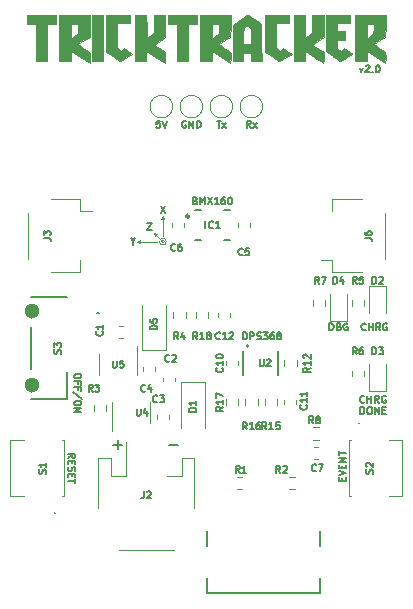
<source format=gbr>
%TF.GenerationSoftware,KiCad,Pcbnew,(6.0.1)*%
%TF.CreationDate,2022-03-18T07:57:27+01:00*%
%TF.ProjectId,trick-tracker,74726963-6b2d-4747-9261-636b65722e6b,rev?*%
%TF.SameCoordinates,Original*%
%TF.FileFunction,Legend,Top*%
%TF.FilePolarity,Positive*%
%FSLAX46Y46*%
G04 Gerber Fmt 4.6, Leading zero omitted, Abs format (unit mm)*
G04 Created by KiCad (PCBNEW (6.0.1)) date 2022-03-18 07:57:27*
%MOMM*%
%LPD*%
G01*
G04 APERTURE LIST*
%ADD10C,0.120000*%
%ADD11C,0.150000*%
%ADD12C,0.127000*%
%ADD13C,0.160000*%
%ADD14C,0.200000*%
%ADD15C,0.100000*%
%ADD16C,0.010000*%
%ADD17C,0.254000*%
%ADD18C,1.300000*%
G04 APERTURE END LIST*
D10*
X141732000Y-106680000D02*
X141859000Y-106426000D01*
X141986000Y-106680000D02*
X141732000Y-106680000D01*
X141351000Y-108585000D02*
X139700000Y-108585000D01*
X139954000Y-108458000D02*
X139954000Y-108712000D01*
X139700000Y-108585000D02*
X139954000Y-108458000D01*
X139700000Y-108585000D02*
X139954000Y-108712000D01*
X139954000Y-108712000D02*
X139700000Y-108585000D01*
X141351000Y-107950000D02*
X141097000Y-107823000D01*
X141859000Y-108077000D02*
X141859000Y-106426000D01*
X141224000Y-108077000D02*
X141351000Y-107950000D01*
X141097000Y-107823000D02*
X141224000Y-108077000D01*
X141859000Y-108585000D02*
X141097000Y-107823000D01*
X141986000Y-108585000D02*
G75*
G03*
X141986000Y-108585000I-127000J0D01*
G01*
X141859000Y-106426000D02*
X141986000Y-106680000D01*
X141859000Y-106426000D02*
X141732000Y-106680000D01*
X142142981Y-108585000D02*
G75*
G03*
X142142981Y-108585000I-283981J0D01*
G01*
D11*
X149294857Y-98950428D02*
X149094857Y-98664714D01*
X148952000Y-98950428D02*
X148952000Y-98350428D01*
X149180571Y-98350428D01*
X149237714Y-98379000D01*
X149266285Y-98407571D01*
X149294857Y-98464714D01*
X149294857Y-98550428D01*
X149266285Y-98607571D01*
X149237714Y-98636142D01*
X149180571Y-98664714D01*
X148952000Y-98664714D01*
X149494857Y-98950428D02*
X149809142Y-98550428D01*
X149494857Y-98550428D02*
X149809142Y-98950428D01*
X157056142Y-128835000D02*
X157056142Y-128635000D01*
X157370428Y-128549285D02*
X157370428Y-128835000D01*
X156770428Y-128835000D01*
X156770428Y-128549285D01*
X156770428Y-128377857D02*
X157370428Y-128177857D01*
X156770428Y-127977857D01*
X157056142Y-127777857D02*
X157056142Y-127577857D01*
X157370428Y-127492142D02*
X157370428Y-127777857D01*
X156770428Y-127777857D01*
X156770428Y-127492142D01*
X157370428Y-127235000D02*
X156770428Y-127235000D01*
X157370428Y-126892142D01*
X156770428Y-126892142D01*
X156770428Y-126692142D02*
X156770428Y-126349285D01*
X157370428Y-126520714D02*
X156770428Y-126520714D01*
X158527857Y-93851428D02*
X158670714Y-94251428D01*
X158813571Y-93851428D01*
X159013571Y-93708571D02*
X159042142Y-93680000D01*
X159099285Y-93651428D01*
X159242142Y-93651428D01*
X159299285Y-93680000D01*
X159327857Y-93708571D01*
X159356428Y-93765714D01*
X159356428Y-93822857D01*
X159327857Y-93908571D01*
X158985000Y-94251428D01*
X159356428Y-94251428D01*
X159613571Y-94194285D02*
X159642142Y-94222857D01*
X159613571Y-94251428D01*
X159585000Y-94222857D01*
X159613571Y-94194285D01*
X159613571Y-94251428D01*
X160013571Y-93651428D02*
X160070714Y-93651428D01*
X160127857Y-93680000D01*
X160156428Y-93708571D01*
X160185000Y-93765714D01*
X160213571Y-93880000D01*
X160213571Y-94022857D01*
X160185000Y-94137142D01*
X160156428Y-94194285D01*
X160127857Y-94222857D01*
X160070714Y-94251428D01*
X160013571Y-94251428D01*
X159956428Y-94222857D01*
X159927857Y-94194285D01*
X159899285Y-94137142D01*
X159870714Y-94022857D01*
X159870714Y-93880000D01*
X159899285Y-93765714D01*
X159927857Y-93708571D01*
X159956428Y-93680000D01*
X160013571Y-93651428D01*
X159037428Y-116038285D02*
X159008857Y-116066857D01*
X158923142Y-116095428D01*
X158866000Y-116095428D01*
X158780285Y-116066857D01*
X158723142Y-116009714D01*
X158694571Y-115952571D01*
X158666000Y-115838285D01*
X158666000Y-115752571D01*
X158694571Y-115638285D01*
X158723142Y-115581142D01*
X158780285Y-115524000D01*
X158866000Y-115495428D01*
X158923142Y-115495428D01*
X159008857Y-115524000D01*
X159037428Y-115552571D01*
X159294571Y-116095428D02*
X159294571Y-115495428D01*
X159294571Y-115781142D02*
X159637428Y-115781142D01*
X159637428Y-116095428D02*
X159637428Y-115495428D01*
X160266000Y-116095428D02*
X160066000Y-115809714D01*
X159923142Y-116095428D02*
X159923142Y-115495428D01*
X160151714Y-115495428D01*
X160208857Y-115524000D01*
X160237428Y-115552571D01*
X160266000Y-115609714D01*
X160266000Y-115695428D01*
X160237428Y-115752571D01*
X160208857Y-115781142D01*
X160151714Y-115809714D01*
X159923142Y-115809714D01*
X160837428Y-115524000D02*
X160780285Y-115495428D01*
X160694571Y-115495428D01*
X160608857Y-115524000D01*
X160551714Y-115581142D01*
X160523142Y-115638285D01*
X160494571Y-115752571D01*
X160494571Y-115838285D01*
X160523142Y-115952571D01*
X160551714Y-116009714D01*
X160608857Y-116066857D01*
X160694571Y-116095428D01*
X160751714Y-116095428D01*
X160837428Y-116066857D01*
X160866000Y-116038285D01*
X160866000Y-115838285D01*
X160751714Y-115838285D01*
X146397714Y-98350428D02*
X146740571Y-98350428D01*
X146569142Y-98950428D02*
X146569142Y-98350428D01*
X146883428Y-98950428D02*
X147197714Y-98550428D01*
X146883428Y-98550428D02*
X147197714Y-98950428D01*
X134948571Y-119897714D02*
X134948571Y-120012000D01*
X134920000Y-120069142D01*
X134862857Y-120126285D01*
X134748571Y-120154857D01*
X134548571Y-120154857D01*
X134434285Y-120126285D01*
X134377142Y-120069142D01*
X134348571Y-120012000D01*
X134348571Y-119897714D01*
X134377142Y-119840571D01*
X134434285Y-119783428D01*
X134548571Y-119754857D01*
X134748571Y-119754857D01*
X134862857Y-119783428D01*
X134920000Y-119840571D01*
X134948571Y-119897714D01*
X134662857Y-120612000D02*
X134662857Y-120412000D01*
X134348571Y-120412000D02*
X134948571Y-120412000D01*
X134948571Y-120697714D01*
X134662857Y-121126285D02*
X134662857Y-120926285D01*
X134348571Y-120926285D02*
X134948571Y-120926285D01*
X134948571Y-121212000D01*
X134977142Y-121869142D02*
X134205714Y-121354857D01*
X134948571Y-122183428D02*
X134948571Y-122297714D01*
X134920000Y-122354857D01*
X134862857Y-122412000D01*
X134748571Y-122440571D01*
X134548571Y-122440571D01*
X134434285Y-122412000D01*
X134377142Y-122354857D01*
X134348571Y-122297714D01*
X134348571Y-122183428D01*
X134377142Y-122126285D01*
X134434285Y-122069142D01*
X134548571Y-122040571D01*
X134748571Y-122040571D01*
X134862857Y-122069142D01*
X134920000Y-122126285D01*
X134948571Y-122183428D01*
X134348571Y-122697714D02*
X134948571Y-122697714D01*
X134348571Y-123040571D01*
X134948571Y-123040571D01*
X133840571Y-126890571D02*
X134126285Y-126690571D01*
X133840571Y-126547714D02*
X134440571Y-126547714D01*
X134440571Y-126776285D01*
X134412000Y-126833428D01*
X134383428Y-126862000D01*
X134326285Y-126890571D01*
X134240571Y-126890571D01*
X134183428Y-126862000D01*
X134154857Y-126833428D01*
X134126285Y-126776285D01*
X134126285Y-126547714D01*
X134154857Y-127147714D02*
X134154857Y-127347714D01*
X133840571Y-127433428D02*
X133840571Y-127147714D01*
X134440571Y-127147714D01*
X134440571Y-127433428D01*
X133869142Y-127662000D02*
X133840571Y-127747714D01*
X133840571Y-127890571D01*
X133869142Y-127947714D01*
X133897714Y-127976285D01*
X133954857Y-128004857D01*
X134012000Y-128004857D01*
X134069142Y-127976285D01*
X134097714Y-127947714D01*
X134126285Y-127890571D01*
X134154857Y-127776285D01*
X134183428Y-127719142D01*
X134212000Y-127690571D01*
X134269142Y-127662000D01*
X134326285Y-127662000D01*
X134383428Y-127690571D01*
X134412000Y-127719142D01*
X134440571Y-127776285D01*
X134440571Y-127919142D01*
X134412000Y-128004857D01*
X134154857Y-128262000D02*
X134154857Y-128462000D01*
X133840571Y-128547714D02*
X133840571Y-128262000D01*
X134440571Y-128262000D01*
X134440571Y-128547714D01*
X134440571Y-128719142D02*
X134440571Y-129062000D01*
X133840571Y-128890571D02*
X134440571Y-128890571D01*
X155960857Y-116095428D02*
X155960857Y-115495428D01*
X156103714Y-115495428D01*
X156189428Y-115524000D01*
X156246571Y-115581142D01*
X156275142Y-115638285D01*
X156303714Y-115752571D01*
X156303714Y-115838285D01*
X156275142Y-115952571D01*
X156246571Y-116009714D01*
X156189428Y-116066857D01*
X156103714Y-116095428D01*
X155960857Y-116095428D01*
X156760857Y-115781142D02*
X156846571Y-115809714D01*
X156875142Y-115838285D01*
X156903714Y-115895428D01*
X156903714Y-115981142D01*
X156875142Y-116038285D01*
X156846571Y-116066857D01*
X156789428Y-116095428D01*
X156560857Y-116095428D01*
X156560857Y-115495428D01*
X156760857Y-115495428D01*
X156818000Y-115524000D01*
X156846571Y-115552571D01*
X156875142Y-115609714D01*
X156875142Y-115666857D01*
X156846571Y-115724000D01*
X156818000Y-115752571D01*
X156760857Y-115781142D01*
X156560857Y-115781142D01*
X157475142Y-115524000D02*
X157418000Y-115495428D01*
X157332285Y-115495428D01*
X157246571Y-115524000D01*
X157189428Y-115581142D01*
X157160857Y-115638285D01*
X157132285Y-115752571D01*
X157132285Y-115838285D01*
X157160857Y-115952571D01*
X157189428Y-116009714D01*
X157246571Y-116066857D01*
X157332285Y-116095428D01*
X157389428Y-116095428D01*
X157475142Y-116066857D01*
X157503714Y-116038285D01*
X157503714Y-115838285D01*
X157389428Y-115838285D01*
X143814857Y-98379000D02*
X143757714Y-98350428D01*
X143672000Y-98350428D01*
X143586285Y-98379000D01*
X143529142Y-98436142D01*
X143500571Y-98493285D01*
X143472000Y-98607571D01*
X143472000Y-98693285D01*
X143500571Y-98807571D01*
X143529142Y-98864714D01*
X143586285Y-98921857D01*
X143672000Y-98950428D01*
X143729142Y-98950428D01*
X143814857Y-98921857D01*
X143843428Y-98893285D01*
X143843428Y-98693285D01*
X143729142Y-98693285D01*
X144100571Y-98950428D02*
X144100571Y-98350428D01*
X144443428Y-98950428D01*
X144443428Y-98350428D01*
X144729142Y-98950428D02*
X144729142Y-98350428D01*
X144872000Y-98350428D01*
X144957714Y-98379000D01*
X145014857Y-98436142D01*
X145043428Y-98493285D01*
X145072000Y-98607571D01*
X145072000Y-98693285D01*
X145043428Y-98807571D01*
X145014857Y-98864714D01*
X144957714Y-98921857D01*
X144872000Y-98950428D01*
X144729142Y-98950428D01*
X140516000Y-106986428D02*
X140916000Y-106986428D01*
X140516000Y-107586428D01*
X140916000Y-107586428D01*
X141659000Y-105589428D02*
X142059000Y-106189428D01*
X142059000Y-105589428D02*
X141659000Y-106189428D01*
X144607142Y-105113142D02*
X144692857Y-105141714D01*
X144721428Y-105170285D01*
X144750000Y-105227428D01*
X144750000Y-105313142D01*
X144721428Y-105370285D01*
X144692857Y-105398857D01*
X144635714Y-105427428D01*
X144407142Y-105427428D01*
X144407142Y-104827428D01*
X144607142Y-104827428D01*
X144664285Y-104856000D01*
X144692857Y-104884571D01*
X144721428Y-104941714D01*
X144721428Y-104998857D01*
X144692857Y-105056000D01*
X144664285Y-105084571D01*
X144607142Y-105113142D01*
X144407142Y-105113142D01*
X145007142Y-105427428D02*
X145007142Y-104827428D01*
X145207142Y-105256000D01*
X145407142Y-104827428D01*
X145407142Y-105427428D01*
X145635714Y-104827428D02*
X146035714Y-105427428D01*
X146035714Y-104827428D02*
X145635714Y-105427428D01*
X146578571Y-105427428D02*
X146235714Y-105427428D01*
X146407142Y-105427428D02*
X146407142Y-104827428D01*
X146350000Y-104913142D01*
X146292857Y-104970285D01*
X146235714Y-104998857D01*
X147092857Y-104827428D02*
X146978571Y-104827428D01*
X146921428Y-104856000D01*
X146892857Y-104884571D01*
X146835714Y-104970285D01*
X146807142Y-105084571D01*
X146807142Y-105313142D01*
X146835714Y-105370285D01*
X146864285Y-105398857D01*
X146921428Y-105427428D01*
X147035714Y-105427428D01*
X147092857Y-105398857D01*
X147121428Y-105370285D01*
X147150000Y-105313142D01*
X147150000Y-105170285D01*
X147121428Y-105113142D01*
X147092857Y-105084571D01*
X147035714Y-105056000D01*
X146921428Y-105056000D01*
X146864285Y-105084571D01*
X146835714Y-105113142D01*
X146807142Y-105170285D01*
X147521428Y-104827428D02*
X147578571Y-104827428D01*
X147635714Y-104856000D01*
X147664285Y-104884571D01*
X147692857Y-104941714D01*
X147721428Y-105056000D01*
X147721428Y-105198857D01*
X147692857Y-105313142D01*
X147664285Y-105370285D01*
X147635714Y-105398857D01*
X147578571Y-105427428D01*
X147521428Y-105427428D01*
X147464285Y-105398857D01*
X147435714Y-105370285D01*
X147407142Y-105313142D01*
X147378571Y-105198857D01*
X147378571Y-105056000D01*
X147407142Y-104941714D01*
X147435714Y-104884571D01*
X147464285Y-104856000D01*
X147521428Y-104827428D01*
X137668047Y-125801428D02*
X138429952Y-125801428D01*
X138049000Y-126182380D02*
X138049000Y-125420476D01*
X139319000Y-108570714D02*
X139319000Y-108856428D01*
X139119000Y-108256428D02*
X139319000Y-108570714D01*
X139519000Y-108256428D01*
X148641000Y-116857428D02*
X148641000Y-116257428D01*
X148783857Y-116257428D01*
X148869571Y-116286000D01*
X148926714Y-116343142D01*
X148955285Y-116400285D01*
X148983857Y-116514571D01*
X148983857Y-116600285D01*
X148955285Y-116714571D01*
X148926714Y-116771714D01*
X148869571Y-116828857D01*
X148783857Y-116857428D01*
X148641000Y-116857428D01*
X149241000Y-116857428D02*
X149241000Y-116257428D01*
X149469571Y-116257428D01*
X149526714Y-116286000D01*
X149555285Y-116314571D01*
X149583857Y-116371714D01*
X149583857Y-116457428D01*
X149555285Y-116514571D01*
X149526714Y-116543142D01*
X149469571Y-116571714D01*
X149241000Y-116571714D01*
X149812428Y-116828857D02*
X149898142Y-116857428D01*
X150041000Y-116857428D01*
X150098142Y-116828857D01*
X150126714Y-116800285D01*
X150155285Y-116743142D01*
X150155285Y-116686000D01*
X150126714Y-116628857D01*
X150098142Y-116600285D01*
X150041000Y-116571714D01*
X149926714Y-116543142D01*
X149869571Y-116514571D01*
X149841000Y-116486000D01*
X149812428Y-116428857D01*
X149812428Y-116371714D01*
X149841000Y-116314571D01*
X149869571Y-116286000D01*
X149926714Y-116257428D01*
X150069571Y-116257428D01*
X150155285Y-116286000D01*
X150355285Y-116257428D02*
X150726714Y-116257428D01*
X150526714Y-116486000D01*
X150612428Y-116486000D01*
X150669571Y-116514571D01*
X150698142Y-116543142D01*
X150726714Y-116600285D01*
X150726714Y-116743142D01*
X150698142Y-116800285D01*
X150669571Y-116828857D01*
X150612428Y-116857428D01*
X150441000Y-116857428D01*
X150383857Y-116828857D01*
X150355285Y-116800285D01*
X151241000Y-116257428D02*
X151126714Y-116257428D01*
X151069571Y-116286000D01*
X151041000Y-116314571D01*
X150983857Y-116400285D01*
X150955285Y-116514571D01*
X150955285Y-116743142D01*
X150983857Y-116800285D01*
X151012428Y-116828857D01*
X151069571Y-116857428D01*
X151183857Y-116857428D01*
X151241000Y-116828857D01*
X151269571Y-116800285D01*
X151298142Y-116743142D01*
X151298142Y-116600285D01*
X151269571Y-116543142D01*
X151241000Y-116514571D01*
X151183857Y-116486000D01*
X151069571Y-116486000D01*
X151012428Y-116514571D01*
X150983857Y-116543142D01*
X150955285Y-116600285D01*
X151641000Y-116514571D02*
X151583857Y-116486000D01*
X151555285Y-116457428D01*
X151526714Y-116400285D01*
X151526714Y-116371714D01*
X151555285Y-116314571D01*
X151583857Y-116286000D01*
X151641000Y-116257428D01*
X151755285Y-116257428D01*
X151812428Y-116286000D01*
X151841000Y-116314571D01*
X151869571Y-116371714D01*
X151869571Y-116400285D01*
X151841000Y-116457428D01*
X151812428Y-116486000D01*
X151755285Y-116514571D01*
X151641000Y-116514571D01*
X151583857Y-116543142D01*
X151555285Y-116571714D01*
X151526714Y-116628857D01*
X151526714Y-116743142D01*
X151555285Y-116800285D01*
X151583857Y-116828857D01*
X151641000Y-116857428D01*
X151755285Y-116857428D01*
X151812428Y-116828857D01*
X151841000Y-116800285D01*
X151869571Y-116743142D01*
X151869571Y-116628857D01*
X151841000Y-116571714D01*
X151812428Y-116543142D01*
X151755285Y-116514571D01*
X158910428Y-122159285D02*
X158881857Y-122187857D01*
X158796142Y-122216428D01*
X158739000Y-122216428D01*
X158653285Y-122187857D01*
X158596142Y-122130714D01*
X158567571Y-122073571D01*
X158539000Y-121959285D01*
X158539000Y-121873571D01*
X158567571Y-121759285D01*
X158596142Y-121702142D01*
X158653285Y-121645000D01*
X158739000Y-121616428D01*
X158796142Y-121616428D01*
X158881857Y-121645000D01*
X158910428Y-121673571D01*
X159167571Y-122216428D02*
X159167571Y-121616428D01*
X159167571Y-121902142D02*
X159510428Y-121902142D01*
X159510428Y-122216428D02*
X159510428Y-121616428D01*
X160139000Y-122216428D02*
X159939000Y-121930714D01*
X159796142Y-122216428D02*
X159796142Y-121616428D01*
X160024714Y-121616428D01*
X160081857Y-121645000D01*
X160110428Y-121673571D01*
X160139000Y-121730714D01*
X160139000Y-121816428D01*
X160110428Y-121873571D01*
X160081857Y-121902142D01*
X160024714Y-121930714D01*
X159796142Y-121930714D01*
X160710428Y-121645000D02*
X160653285Y-121616428D01*
X160567571Y-121616428D01*
X160481857Y-121645000D01*
X160424714Y-121702142D01*
X160396142Y-121759285D01*
X160367571Y-121873571D01*
X160367571Y-121959285D01*
X160396142Y-122073571D01*
X160424714Y-122130714D01*
X160481857Y-122187857D01*
X160567571Y-122216428D01*
X160624714Y-122216428D01*
X160710428Y-122187857D01*
X160739000Y-122159285D01*
X160739000Y-121959285D01*
X160624714Y-121959285D01*
X158581857Y-123182428D02*
X158581857Y-122582428D01*
X158724714Y-122582428D01*
X158810428Y-122611000D01*
X158867571Y-122668142D01*
X158896142Y-122725285D01*
X158924714Y-122839571D01*
X158924714Y-122925285D01*
X158896142Y-123039571D01*
X158867571Y-123096714D01*
X158810428Y-123153857D01*
X158724714Y-123182428D01*
X158581857Y-123182428D01*
X159296142Y-122582428D02*
X159410428Y-122582428D01*
X159467571Y-122611000D01*
X159524714Y-122668142D01*
X159553285Y-122782428D01*
X159553285Y-122982428D01*
X159524714Y-123096714D01*
X159467571Y-123153857D01*
X159410428Y-123182428D01*
X159296142Y-123182428D01*
X159239000Y-123153857D01*
X159181857Y-123096714D01*
X159153285Y-122982428D01*
X159153285Y-122782428D01*
X159181857Y-122668142D01*
X159239000Y-122611000D01*
X159296142Y-122582428D01*
X159810428Y-123182428D02*
X159810428Y-122582428D01*
X160153285Y-123182428D01*
X160153285Y-122582428D01*
X160439000Y-122868142D02*
X160639000Y-122868142D01*
X160724714Y-123182428D02*
X160439000Y-123182428D01*
X160439000Y-122582428D01*
X160724714Y-122582428D01*
X142367047Y-125801428D02*
X143128952Y-125801428D01*
X141617714Y-98350428D02*
X141332000Y-98350428D01*
X141303428Y-98636142D01*
X141332000Y-98607571D01*
X141389142Y-98579000D01*
X141532000Y-98579000D01*
X141589142Y-98607571D01*
X141617714Y-98636142D01*
X141646285Y-98693285D01*
X141646285Y-98836142D01*
X141617714Y-98893285D01*
X141589142Y-98921857D01*
X141532000Y-98950428D01*
X141389142Y-98950428D01*
X141332000Y-98921857D01*
X141303428Y-98893285D01*
X141817714Y-98350428D02*
X142017714Y-98950428D01*
X142217714Y-98350428D01*
%TO.C,U2*%
X150037857Y-118543428D02*
X150037857Y-119029142D01*
X150066428Y-119086285D01*
X150095000Y-119114857D01*
X150152142Y-119143428D01*
X150266428Y-119143428D01*
X150323571Y-119114857D01*
X150352142Y-119086285D01*
X150380714Y-119029142D01*
X150380714Y-118543428D01*
X150637857Y-118600571D02*
X150666428Y-118572000D01*
X150723571Y-118543428D01*
X150866428Y-118543428D01*
X150923571Y-118572000D01*
X150952142Y-118600571D01*
X150980714Y-118657714D01*
X150980714Y-118714857D01*
X150952142Y-118800571D01*
X150609285Y-119143428D01*
X150980714Y-119143428D01*
%TO.C,U4*%
X139623857Y-122734428D02*
X139623857Y-123220142D01*
X139652428Y-123277285D01*
X139681000Y-123305857D01*
X139738142Y-123334428D01*
X139852428Y-123334428D01*
X139909571Y-123305857D01*
X139938142Y-123277285D01*
X139966714Y-123220142D01*
X139966714Y-122734428D01*
X140509571Y-122934428D02*
X140509571Y-123334428D01*
X140366714Y-122705857D02*
X140223857Y-123134428D01*
X140595285Y-123134428D01*
%TO.C,J2*%
X140262000Y-129719428D02*
X140262000Y-130148000D01*
X140233428Y-130233714D01*
X140176285Y-130290857D01*
X140090571Y-130319428D01*
X140033428Y-130319428D01*
X140519142Y-129776571D02*
X140547714Y-129748000D01*
X140604857Y-129719428D01*
X140747714Y-129719428D01*
X140804857Y-129748000D01*
X140833428Y-129776571D01*
X140862000Y-129833714D01*
X140862000Y-129890857D01*
X140833428Y-129976571D01*
X140490571Y-130319428D01*
X140862000Y-130319428D01*
%TO.C,C1*%
X136739285Y-116178000D02*
X136767857Y-116206571D01*
X136796428Y-116292285D01*
X136796428Y-116349428D01*
X136767857Y-116435142D01*
X136710714Y-116492285D01*
X136653571Y-116520857D01*
X136539285Y-116549428D01*
X136453571Y-116549428D01*
X136339285Y-116520857D01*
X136282142Y-116492285D01*
X136225000Y-116435142D01*
X136196428Y-116349428D01*
X136196428Y-116292285D01*
X136225000Y-116206571D01*
X136253571Y-116178000D01*
X136796428Y-115606571D02*
X136796428Y-115949428D01*
X136796428Y-115778000D02*
X136196428Y-115778000D01*
X136282142Y-115835142D01*
X136339285Y-115892285D01*
X136367857Y-115949428D01*
%TO.C,C2*%
X142394000Y-118705285D02*
X142365428Y-118733857D01*
X142279714Y-118762428D01*
X142222571Y-118762428D01*
X142136857Y-118733857D01*
X142079714Y-118676714D01*
X142051142Y-118619571D01*
X142022571Y-118505285D01*
X142022571Y-118419571D01*
X142051142Y-118305285D01*
X142079714Y-118248142D01*
X142136857Y-118191000D01*
X142222571Y-118162428D01*
X142279714Y-118162428D01*
X142365428Y-118191000D01*
X142394000Y-118219571D01*
X142622571Y-118219571D02*
X142651142Y-118191000D01*
X142708285Y-118162428D01*
X142851142Y-118162428D01*
X142908285Y-118191000D01*
X142936857Y-118219571D01*
X142965428Y-118276714D01*
X142965428Y-118333857D01*
X142936857Y-118419571D01*
X142594000Y-118762428D01*
X142965428Y-118762428D01*
%TO.C,C3*%
X141378000Y-122134285D02*
X141349428Y-122162857D01*
X141263714Y-122191428D01*
X141206571Y-122191428D01*
X141120857Y-122162857D01*
X141063714Y-122105714D01*
X141035142Y-122048571D01*
X141006571Y-121934285D01*
X141006571Y-121848571D01*
X141035142Y-121734285D01*
X141063714Y-121677142D01*
X141120857Y-121620000D01*
X141206571Y-121591428D01*
X141263714Y-121591428D01*
X141349428Y-121620000D01*
X141378000Y-121648571D01*
X141578000Y-121591428D02*
X141949428Y-121591428D01*
X141749428Y-121820000D01*
X141835142Y-121820000D01*
X141892285Y-121848571D01*
X141920857Y-121877142D01*
X141949428Y-121934285D01*
X141949428Y-122077142D01*
X141920857Y-122134285D01*
X141892285Y-122162857D01*
X141835142Y-122191428D01*
X141663714Y-122191428D01*
X141606571Y-122162857D01*
X141578000Y-122134285D01*
%TO.C,C4*%
X140362000Y-121245285D02*
X140333428Y-121273857D01*
X140247714Y-121302428D01*
X140190571Y-121302428D01*
X140104857Y-121273857D01*
X140047714Y-121216714D01*
X140019142Y-121159571D01*
X139990571Y-121045285D01*
X139990571Y-120959571D01*
X140019142Y-120845285D01*
X140047714Y-120788142D01*
X140104857Y-120731000D01*
X140190571Y-120702428D01*
X140247714Y-120702428D01*
X140333428Y-120731000D01*
X140362000Y-120759571D01*
X140876285Y-120902428D02*
X140876285Y-121302428D01*
X140733428Y-120673857D02*
X140590571Y-121102428D01*
X140962000Y-121102428D01*
%TO.C,D2*%
X159577142Y-112158428D02*
X159577142Y-111558428D01*
X159720000Y-111558428D01*
X159805714Y-111587000D01*
X159862857Y-111644142D01*
X159891428Y-111701285D01*
X159920000Y-111815571D01*
X159920000Y-111901285D01*
X159891428Y-112015571D01*
X159862857Y-112072714D01*
X159805714Y-112129857D01*
X159720000Y-112158428D01*
X159577142Y-112158428D01*
X160148571Y-111615571D02*
X160177142Y-111587000D01*
X160234285Y-111558428D01*
X160377142Y-111558428D01*
X160434285Y-111587000D01*
X160462857Y-111615571D01*
X160491428Y-111672714D01*
X160491428Y-111729857D01*
X160462857Y-111815571D01*
X160120000Y-112158428D01*
X160491428Y-112158428D01*
%TO.C,D3*%
X159577142Y-118127428D02*
X159577142Y-117527428D01*
X159720000Y-117527428D01*
X159805714Y-117556000D01*
X159862857Y-117613142D01*
X159891428Y-117670285D01*
X159920000Y-117784571D01*
X159920000Y-117870285D01*
X159891428Y-117984571D01*
X159862857Y-118041714D01*
X159805714Y-118098857D01*
X159720000Y-118127428D01*
X159577142Y-118127428D01*
X160120000Y-117527428D02*
X160491428Y-117527428D01*
X160291428Y-117756000D01*
X160377142Y-117756000D01*
X160434285Y-117784571D01*
X160462857Y-117813142D01*
X160491428Y-117870285D01*
X160491428Y-118013142D01*
X160462857Y-118070285D01*
X160434285Y-118098857D01*
X160377142Y-118127428D01*
X160205714Y-118127428D01*
X160148571Y-118098857D01*
X160120000Y-118070285D01*
%TO.C,R1*%
X148363000Y-128160428D02*
X148163000Y-127874714D01*
X148020142Y-128160428D02*
X148020142Y-127560428D01*
X148248714Y-127560428D01*
X148305857Y-127589000D01*
X148334428Y-127617571D01*
X148363000Y-127674714D01*
X148363000Y-127760428D01*
X148334428Y-127817571D01*
X148305857Y-127846142D01*
X148248714Y-127874714D01*
X148020142Y-127874714D01*
X148934428Y-128160428D02*
X148591571Y-128160428D01*
X148763000Y-128160428D02*
X148763000Y-127560428D01*
X148705857Y-127646142D01*
X148648714Y-127703285D01*
X148591571Y-127731857D01*
%TO.C,R2*%
X151792000Y-128160428D02*
X151592000Y-127874714D01*
X151449142Y-128160428D02*
X151449142Y-127560428D01*
X151677714Y-127560428D01*
X151734857Y-127589000D01*
X151763428Y-127617571D01*
X151792000Y-127674714D01*
X151792000Y-127760428D01*
X151763428Y-127817571D01*
X151734857Y-127846142D01*
X151677714Y-127874714D01*
X151449142Y-127874714D01*
X152020571Y-127617571D02*
X152049142Y-127589000D01*
X152106285Y-127560428D01*
X152249142Y-127560428D01*
X152306285Y-127589000D01*
X152334857Y-127617571D01*
X152363428Y-127674714D01*
X152363428Y-127731857D01*
X152334857Y-127817571D01*
X151992000Y-128160428D01*
X152363428Y-128160428D01*
%TO.C,R3*%
X135917000Y-121302428D02*
X135717000Y-121016714D01*
X135574142Y-121302428D02*
X135574142Y-120702428D01*
X135802714Y-120702428D01*
X135859857Y-120731000D01*
X135888428Y-120759571D01*
X135917000Y-120816714D01*
X135917000Y-120902428D01*
X135888428Y-120959571D01*
X135859857Y-120988142D01*
X135802714Y-121016714D01*
X135574142Y-121016714D01*
X136117000Y-120702428D02*
X136488428Y-120702428D01*
X136288428Y-120931000D01*
X136374142Y-120931000D01*
X136431285Y-120959571D01*
X136459857Y-120988142D01*
X136488428Y-121045285D01*
X136488428Y-121188142D01*
X136459857Y-121245285D01*
X136431285Y-121273857D01*
X136374142Y-121302428D01*
X136202714Y-121302428D01*
X136145571Y-121273857D01*
X136117000Y-121245285D01*
%TO.C,R5*%
X158269000Y-112158428D02*
X158069000Y-111872714D01*
X157926142Y-112158428D02*
X157926142Y-111558428D01*
X158154714Y-111558428D01*
X158211857Y-111587000D01*
X158240428Y-111615571D01*
X158269000Y-111672714D01*
X158269000Y-111758428D01*
X158240428Y-111815571D01*
X158211857Y-111844142D01*
X158154714Y-111872714D01*
X157926142Y-111872714D01*
X158811857Y-111558428D02*
X158526142Y-111558428D01*
X158497571Y-111844142D01*
X158526142Y-111815571D01*
X158583285Y-111787000D01*
X158726142Y-111787000D01*
X158783285Y-111815571D01*
X158811857Y-111844142D01*
X158840428Y-111901285D01*
X158840428Y-112044142D01*
X158811857Y-112101285D01*
X158783285Y-112129857D01*
X158726142Y-112158428D01*
X158583285Y-112158428D01*
X158526142Y-112129857D01*
X158497571Y-112101285D01*
%TO.C,R6*%
X158269000Y-118127428D02*
X158069000Y-117841714D01*
X157926142Y-118127428D02*
X157926142Y-117527428D01*
X158154714Y-117527428D01*
X158211857Y-117556000D01*
X158240428Y-117584571D01*
X158269000Y-117641714D01*
X158269000Y-117727428D01*
X158240428Y-117784571D01*
X158211857Y-117813142D01*
X158154714Y-117841714D01*
X157926142Y-117841714D01*
X158783285Y-117527428D02*
X158669000Y-117527428D01*
X158611857Y-117556000D01*
X158583285Y-117584571D01*
X158526142Y-117670285D01*
X158497571Y-117784571D01*
X158497571Y-118013142D01*
X158526142Y-118070285D01*
X158554714Y-118098857D01*
X158611857Y-118127428D01*
X158726142Y-118127428D01*
X158783285Y-118098857D01*
X158811857Y-118070285D01*
X158840428Y-118013142D01*
X158840428Y-117870285D01*
X158811857Y-117813142D01*
X158783285Y-117784571D01*
X158726142Y-117756000D01*
X158611857Y-117756000D01*
X158554714Y-117784571D01*
X158526142Y-117813142D01*
X158497571Y-117870285D01*
%TO.C,U5*%
X137591857Y-118670428D02*
X137591857Y-119156142D01*
X137620428Y-119213285D01*
X137649000Y-119241857D01*
X137706142Y-119270428D01*
X137820428Y-119270428D01*
X137877571Y-119241857D01*
X137906142Y-119213285D01*
X137934714Y-119156142D01*
X137934714Y-118670428D01*
X138506142Y-118670428D02*
X138220428Y-118670428D01*
X138191857Y-118956142D01*
X138220428Y-118927571D01*
X138277571Y-118899000D01*
X138420428Y-118899000D01*
X138477571Y-118927571D01*
X138506142Y-118956142D01*
X138534714Y-119013285D01*
X138534714Y-119156142D01*
X138506142Y-119213285D01*
X138477571Y-119241857D01*
X138420428Y-119270428D01*
X138277571Y-119270428D01*
X138220428Y-119241857D01*
X138191857Y-119213285D01*
%TO.C,J3*%
X131751428Y-108277000D02*
X132180000Y-108277000D01*
X132265714Y-108305571D01*
X132322857Y-108362714D01*
X132351428Y-108448428D01*
X132351428Y-108505571D01*
X131751428Y-108048428D02*
X131751428Y-107677000D01*
X131980000Y-107877000D01*
X131980000Y-107791285D01*
X132008571Y-107734142D01*
X132037142Y-107705571D01*
X132094285Y-107677000D01*
X132237142Y-107677000D01*
X132294285Y-107705571D01*
X132322857Y-107734142D01*
X132351428Y-107791285D01*
X132351428Y-107962714D01*
X132322857Y-108019857D01*
X132294285Y-108048428D01*
%TO.C,C10*%
X146899285Y-119257714D02*
X146927857Y-119286285D01*
X146956428Y-119372000D01*
X146956428Y-119429142D01*
X146927857Y-119514857D01*
X146870714Y-119572000D01*
X146813571Y-119600571D01*
X146699285Y-119629142D01*
X146613571Y-119629142D01*
X146499285Y-119600571D01*
X146442142Y-119572000D01*
X146385000Y-119514857D01*
X146356428Y-119429142D01*
X146356428Y-119372000D01*
X146385000Y-119286285D01*
X146413571Y-119257714D01*
X146956428Y-118686285D02*
X146956428Y-119029142D01*
X146956428Y-118857714D02*
X146356428Y-118857714D01*
X146442142Y-118914857D01*
X146499285Y-118972000D01*
X146527857Y-119029142D01*
X146356428Y-118314857D02*
X146356428Y-118257714D01*
X146385000Y-118200571D01*
X146413571Y-118172000D01*
X146470714Y-118143428D01*
X146585000Y-118114857D01*
X146727857Y-118114857D01*
X146842142Y-118143428D01*
X146899285Y-118172000D01*
X146927857Y-118200571D01*
X146956428Y-118257714D01*
X146956428Y-118314857D01*
X146927857Y-118372000D01*
X146899285Y-118400571D01*
X146842142Y-118429142D01*
X146727857Y-118457714D01*
X146585000Y-118457714D01*
X146470714Y-118429142D01*
X146413571Y-118400571D01*
X146385000Y-118372000D01*
X146356428Y-118314857D01*
%TO.C,C11*%
X154011285Y-122432714D02*
X154039857Y-122461285D01*
X154068428Y-122547000D01*
X154068428Y-122604142D01*
X154039857Y-122689857D01*
X153982714Y-122747000D01*
X153925571Y-122775571D01*
X153811285Y-122804142D01*
X153725571Y-122804142D01*
X153611285Y-122775571D01*
X153554142Y-122747000D01*
X153497000Y-122689857D01*
X153468428Y-122604142D01*
X153468428Y-122547000D01*
X153497000Y-122461285D01*
X153525571Y-122432714D01*
X154068428Y-121861285D02*
X154068428Y-122204142D01*
X154068428Y-122032714D02*
X153468428Y-122032714D01*
X153554142Y-122089857D01*
X153611285Y-122147000D01*
X153639857Y-122204142D01*
X154068428Y-121289857D02*
X154068428Y-121632714D01*
X154068428Y-121461285D02*
X153468428Y-121461285D01*
X153554142Y-121518428D01*
X153611285Y-121575571D01*
X153639857Y-121632714D01*
%TO.C,D1*%
X144670428Y-122997857D02*
X144070428Y-122997857D01*
X144070428Y-122855000D01*
X144099000Y-122769285D01*
X144156142Y-122712142D01*
X144213285Y-122683571D01*
X144327571Y-122655000D01*
X144413285Y-122655000D01*
X144527571Y-122683571D01*
X144584714Y-122712142D01*
X144641857Y-122769285D01*
X144670428Y-122855000D01*
X144670428Y-122997857D01*
X144670428Y-122083571D02*
X144670428Y-122426428D01*
X144670428Y-122255000D02*
X144070428Y-122255000D01*
X144156142Y-122312142D01*
X144213285Y-122369285D01*
X144241857Y-122426428D01*
%TO.C,R12*%
X154355428Y-119257714D02*
X154069714Y-119457714D01*
X154355428Y-119600571D02*
X153755428Y-119600571D01*
X153755428Y-119372000D01*
X153784000Y-119314857D01*
X153812571Y-119286285D01*
X153869714Y-119257714D01*
X153955428Y-119257714D01*
X154012571Y-119286285D01*
X154041142Y-119314857D01*
X154069714Y-119372000D01*
X154069714Y-119600571D01*
X154355428Y-118686285D02*
X154355428Y-119029142D01*
X154355428Y-118857714D02*
X153755428Y-118857714D01*
X153841142Y-118914857D01*
X153898285Y-118972000D01*
X153926857Y-119029142D01*
X153812571Y-118457714D02*
X153784000Y-118429142D01*
X153755428Y-118372000D01*
X153755428Y-118229142D01*
X153784000Y-118172000D01*
X153812571Y-118143428D01*
X153869714Y-118114857D01*
X153926857Y-118114857D01*
X154012571Y-118143428D01*
X154355428Y-118486285D01*
X154355428Y-118114857D01*
%TO.C,R15*%
X150617285Y-124477428D02*
X150417285Y-124191714D01*
X150274428Y-124477428D02*
X150274428Y-123877428D01*
X150503000Y-123877428D01*
X150560142Y-123906000D01*
X150588714Y-123934571D01*
X150617285Y-123991714D01*
X150617285Y-124077428D01*
X150588714Y-124134571D01*
X150560142Y-124163142D01*
X150503000Y-124191714D01*
X150274428Y-124191714D01*
X151188714Y-124477428D02*
X150845857Y-124477428D01*
X151017285Y-124477428D02*
X151017285Y-123877428D01*
X150960142Y-123963142D01*
X150903000Y-124020285D01*
X150845857Y-124048857D01*
X151731571Y-123877428D02*
X151445857Y-123877428D01*
X151417285Y-124163142D01*
X151445857Y-124134571D01*
X151503000Y-124106000D01*
X151645857Y-124106000D01*
X151703000Y-124134571D01*
X151731571Y-124163142D01*
X151760142Y-124220285D01*
X151760142Y-124363142D01*
X151731571Y-124420285D01*
X151703000Y-124448857D01*
X151645857Y-124477428D01*
X151503000Y-124477428D01*
X151445857Y-124448857D01*
X151417285Y-124420285D01*
%TO.C,R16*%
X148966285Y-124477428D02*
X148766285Y-124191714D01*
X148623428Y-124477428D02*
X148623428Y-123877428D01*
X148852000Y-123877428D01*
X148909142Y-123906000D01*
X148937714Y-123934571D01*
X148966285Y-123991714D01*
X148966285Y-124077428D01*
X148937714Y-124134571D01*
X148909142Y-124163142D01*
X148852000Y-124191714D01*
X148623428Y-124191714D01*
X149537714Y-124477428D02*
X149194857Y-124477428D01*
X149366285Y-124477428D02*
X149366285Y-123877428D01*
X149309142Y-123963142D01*
X149252000Y-124020285D01*
X149194857Y-124048857D01*
X150052000Y-123877428D02*
X149937714Y-123877428D01*
X149880571Y-123906000D01*
X149852000Y-123934571D01*
X149794857Y-124020285D01*
X149766285Y-124134571D01*
X149766285Y-124363142D01*
X149794857Y-124420285D01*
X149823428Y-124448857D01*
X149880571Y-124477428D01*
X149994857Y-124477428D01*
X150052000Y-124448857D01*
X150080571Y-124420285D01*
X150109142Y-124363142D01*
X150109142Y-124220285D01*
X150080571Y-124163142D01*
X150052000Y-124134571D01*
X149994857Y-124106000D01*
X149880571Y-124106000D01*
X149823428Y-124134571D01*
X149794857Y-124163142D01*
X149766285Y-124220285D01*
%TO.C,R17*%
X146956428Y-122559714D02*
X146670714Y-122759714D01*
X146956428Y-122902571D02*
X146356428Y-122902571D01*
X146356428Y-122674000D01*
X146385000Y-122616857D01*
X146413571Y-122588285D01*
X146470714Y-122559714D01*
X146556428Y-122559714D01*
X146613571Y-122588285D01*
X146642142Y-122616857D01*
X146670714Y-122674000D01*
X146670714Y-122902571D01*
X146956428Y-121988285D02*
X146956428Y-122331142D01*
X146956428Y-122159714D02*
X146356428Y-122159714D01*
X146442142Y-122216857D01*
X146499285Y-122274000D01*
X146527857Y-122331142D01*
X146356428Y-121788285D02*
X146356428Y-121388285D01*
X146956428Y-121645428D01*
%TO.C,S1*%
X131941857Y-128219142D02*
X131970428Y-128133428D01*
X131970428Y-127990571D01*
X131941857Y-127933428D01*
X131913285Y-127904857D01*
X131856142Y-127876285D01*
X131799000Y-127876285D01*
X131741857Y-127904857D01*
X131713285Y-127933428D01*
X131684714Y-127990571D01*
X131656142Y-128104857D01*
X131627571Y-128162000D01*
X131599000Y-128190571D01*
X131541857Y-128219142D01*
X131484714Y-128219142D01*
X131427571Y-128190571D01*
X131399000Y-128162000D01*
X131370428Y-128104857D01*
X131370428Y-127962000D01*
X131399000Y-127876285D01*
X131970428Y-127304857D02*
X131970428Y-127647714D01*
X131970428Y-127476285D02*
X131370428Y-127476285D01*
X131456142Y-127533428D01*
X131513285Y-127590571D01*
X131541857Y-127647714D01*
%TO.C,S2*%
X159627857Y-128219142D02*
X159656428Y-128133428D01*
X159656428Y-127990571D01*
X159627857Y-127933428D01*
X159599285Y-127904857D01*
X159542142Y-127876285D01*
X159485000Y-127876285D01*
X159427857Y-127904857D01*
X159399285Y-127933428D01*
X159370714Y-127990571D01*
X159342142Y-128104857D01*
X159313571Y-128162000D01*
X159285000Y-128190571D01*
X159227857Y-128219142D01*
X159170714Y-128219142D01*
X159113571Y-128190571D01*
X159085000Y-128162000D01*
X159056428Y-128104857D01*
X159056428Y-127962000D01*
X159085000Y-127876285D01*
X159113571Y-127647714D02*
X159085000Y-127619142D01*
X159056428Y-127562000D01*
X159056428Y-127419142D01*
X159085000Y-127362000D01*
X159113571Y-127333428D01*
X159170714Y-127304857D01*
X159227857Y-127304857D01*
X159313571Y-127333428D01*
X159656428Y-127676285D01*
X159656428Y-127304857D01*
%TO.C,S3*%
X133199857Y-118059142D02*
X133228428Y-117973428D01*
X133228428Y-117830571D01*
X133199857Y-117773428D01*
X133171285Y-117744857D01*
X133114142Y-117716285D01*
X133057000Y-117716285D01*
X132999857Y-117744857D01*
X132971285Y-117773428D01*
X132942714Y-117830571D01*
X132914142Y-117944857D01*
X132885571Y-118002000D01*
X132857000Y-118030571D01*
X132799857Y-118059142D01*
X132742714Y-118059142D01*
X132685571Y-118030571D01*
X132657000Y-118002000D01*
X132628428Y-117944857D01*
X132628428Y-117802000D01*
X132657000Y-117716285D01*
X132628428Y-117516285D02*
X132628428Y-117144857D01*
X132857000Y-117344857D01*
X132857000Y-117259142D01*
X132885571Y-117202000D01*
X132914142Y-117173428D01*
X132971285Y-117144857D01*
X133114142Y-117144857D01*
X133171285Y-117173428D01*
X133199857Y-117202000D01*
X133228428Y-117259142D01*
X133228428Y-117430571D01*
X133199857Y-117487714D01*
X133171285Y-117516285D01*
%TO.C,C12*%
X146680285Y-116800285D02*
X146651714Y-116828857D01*
X146566000Y-116857428D01*
X146508857Y-116857428D01*
X146423142Y-116828857D01*
X146366000Y-116771714D01*
X146337428Y-116714571D01*
X146308857Y-116600285D01*
X146308857Y-116514571D01*
X146337428Y-116400285D01*
X146366000Y-116343142D01*
X146423142Y-116286000D01*
X146508857Y-116257428D01*
X146566000Y-116257428D01*
X146651714Y-116286000D01*
X146680285Y-116314571D01*
X147251714Y-116857428D02*
X146908857Y-116857428D01*
X147080285Y-116857428D02*
X147080285Y-116257428D01*
X147023142Y-116343142D01*
X146966000Y-116400285D01*
X146908857Y-116428857D01*
X147480285Y-116314571D02*
X147508857Y-116286000D01*
X147566000Y-116257428D01*
X147708857Y-116257428D01*
X147766000Y-116286000D01*
X147794571Y-116314571D01*
X147823142Y-116371714D01*
X147823142Y-116428857D01*
X147794571Y-116514571D01*
X147451714Y-116857428D01*
X147823142Y-116857428D01*
%TO.C,R4*%
X143156000Y-116857428D02*
X142956000Y-116571714D01*
X142813142Y-116857428D02*
X142813142Y-116257428D01*
X143041714Y-116257428D01*
X143098857Y-116286000D01*
X143127428Y-116314571D01*
X143156000Y-116371714D01*
X143156000Y-116457428D01*
X143127428Y-116514571D01*
X143098857Y-116543142D01*
X143041714Y-116571714D01*
X142813142Y-116571714D01*
X143670285Y-116457428D02*
X143670285Y-116857428D01*
X143527428Y-116228857D02*
X143384571Y-116657428D01*
X143756000Y-116657428D01*
%TO.C,R18*%
X144775285Y-116857428D02*
X144575285Y-116571714D01*
X144432428Y-116857428D02*
X144432428Y-116257428D01*
X144661000Y-116257428D01*
X144718142Y-116286000D01*
X144746714Y-116314571D01*
X144775285Y-116371714D01*
X144775285Y-116457428D01*
X144746714Y-116514571D01*
X144718142Y-116543142D01*
X144661000Y-116571714D01*
X144432428Y-116571714D01*
X145346714Y-116857428D02*
X145003857Y-116857428D01*
X145175285Y-116857428D02*
X145175285Y-116257428D01*
X145118142Y-116343142D01*
X145061000Y-116400285D01*
X145003857Y-116428857D01*
X145689571Y-116514571D02*
X145632428Y-116486000D01*
X145603857Y-116457428D01*
X145575285Y-116400285D01*
X145575285Y-116371714D01*
X145603857Y-116314571D01*
X145632428Y-116286000D01*
X145689571Y-116257428D01*
X145803857Y-116257428D01*
X145861000Y-116286000D01*
X145889571Y-116314571D01*
X145918142Y-116371714D01*
X145918142Y-116400285D01*
X145889571Y-116457428D01*
X145861000Y-116486000D01*
X145803857Y-116514571D01*
X145689571Y-116514571D01*
X145632428Y-116543142D01*
X145603857Y-116571714D01*
X145575285Y-116628857D01*
X145575285Y-116743142D01*
X145603857Y-116800285D01*
X145632428Y-116828857D01*
X145689571Y-116857428D01*
X145803857Y-116857428D01*
X145861000Y-116828857D01*
X145889571Y-116800285D01*
X145918142Y-116743142D01*
X145918142Y-116628857D01*
X145889571Y-116571714D01*
X145861000Y-116543142D01*
X145803857Y-116514571D01*
%TO.C,D4*%
X156275142Y-112158428D02*
X156275142Y-111558428D01*
X156418000Y-111558428D01*
X156503714Y-111587000D01*
X156560857Y-111644142D01*
X156589428Y-111701285D01*
X156618000Y-111815571D01*
X156618000Y-111901285D01*
X156589428Y-112015571D01*
X156560857Y-112072714D01*
X156503714Y-112129857D01*
X156418000Y-112158428D01*
X156275142Y-112158428D01*
X157132285Y-111758428D02*
X157132285Y-112158428D01*
X156989428Y-111529857D02*
X156846571Y-111958428D01*
X157218000Y-111958428D01*
%TO.C,R7*%
X155094000Y-112158428D02*
X154894000Y-111872714D01*
X154751142Y-112158428D02*
X154751142Y-111558428D01*
X154979714Y-111558428D01*
X155036857Y-111587000D01*
X155065428Y-111615571D01*
X155094000Y-111672714D01*
X155094000Y-111758428D01*
X155065428Y-111815571D01*
X155036857Y-111844142D01*
X154979714Y-111872714D01*
X154751142Y-111872714D01*
X155294000Y-111558428D02*
X155694000Y-111558428D01*
X155436857Y-112158428D01*
%TO.C,D5*%
X141368428Y-116012857D02*
X140768428Y-116012857D01*
X140768428Y-115870000D01*
X140797000Y-115784285D01*
X140854142Y-115727142D01*
X140911285Y-115698571D01*
X141025571Y-115670000D01*
X141111285Y-115670000D01*
X141225571Y-115698571D01*
X141282714Y-115727142D01*
X141339857Y-115784285D01*
X141368428Y-115870000D01*
X141368428Y-116012857D01*
X140768428Y-115127142D02*
X140768428Y-115412857D01*
X141054142Y-115441428D01*
X141025571Y-115412857D01*
X140997000Y-115355714D01*
X140997000Y-115212857D01*
X141025571Y-115155714D01*
X141054142Y-115127142D01*
X141111285Y-115098571D01*
X141254142Y-115098571D01*
X141311285Y-115127142D01*
X141339857Y-115155714D01*
X141368428Y-115212857D01*
X141368428Y-115355714D01*
X141339857Y-115412857D01*
X141311285Y-115441428D01*
%TO.C,J6*%
X158929428Y-108277000D02*
X159358000Y-108277000D01*
X159443714Y-108305571D01*
X159500857Y-108362714D01*
X159529428Y-108448428D01*
X159529428Y-108505571D01*
X158929428Y-107734142D02*
X158929428Y-107848428D01*
X158958000Y-107905571D01*
X158986571Y-107934142D01*
X159072285Y-107991285D01*
X159186571Y-108019857D01*
X159415142Y-108019857D01*
X159472285Y-107991285D01*
X159500857Y-107962714D01*
X159529428Y-107905571D01*
X159529428Y-107791285D01*
X159500857Y-107734142D01*
X159472285Y-107705571D01*
X159415142Y-107677000D01*
X159272285Y-107677000D01*
X159215142Y-107705571D01*
X159186571Y-107734142D01*
X159158000Y-107791285D01*
X159158000Y-107905571D01*
X159186571Y-107962714D01*
X159215142Y-107991285D01*
X159272285Y-108019857D01*
%TO.C,C5*%
X148617000Y-109688285D02*
X148588428Y-109716857D01*
X148502714Y-109745428D01*
X148445571Y-109745428D01*
X148359857Y-109716857D01*
X148302714Y-109659714D01*
X148274142Y-109602571D01*
X148245571Y-109488285D01*
X148245571Y-109402571D01*
X148274142Y-109288285D01*
X148302714Y-109231142D01*
X148359857Y-109174000D01*
X148445571Y-109145428D01*
X148502714Y-109145428D01*
X148588428Y-109174000D01*
X148617000Y-109202571D01*
X149159857Y-109145428D02*
X148874142Y-109145428D01*
X148845571Y-109431142D01*
X148874142Y-109402571D01*
X148931285Y-109374000D01*
X149074142Y-109374000D01*
X149131285Y-109402571D01*
X149159857Y-109431142D01*
X149188428Y-109488285D01*
X149188428Y-109631142D01*
X149159857Y-109688285D01*
X149131285Y-109716857D01*
X149074142Y-109745428D01*
X148931285Y-109745428D01*
X148874142Y-109716857D01*
X148845571Y-109688285D01*
%TO.C,C6*%
X142902000Y-109307285D02*
X142873428Y-109335857D01*
X142787714Y-109364428D01*
X142730571Y-109364428D01*
X142644857Y-109335857D01*
X142587714Y-109278714D01*
X142559142Y-109221571D01*
X142530571Y-109107285D01*
X142530571Y-109021571D01*
X142559142Y-108907285D01*
X142587714Y-108850142D01*
X142644857Y-108793000D01*
X142730571Y-108764428D01*
X142787714Y-108764428D01*
X142873428Y-108793000D01*
X142902000Y-108821571D01*
X143416285Y-108764428D02*
X143302000Y-108764428D01*
X143244857Y-108793000D01*
X143216285Y-108821571D01*
X143159142Y-108907285D01*
X143130571Y-109021571D01*
X143130571Y-109250142D01*
X143159142Y-109307285D01*
X143187714Y-109335857D01*
X143244857Y-109364428D01*
X143359142Y-109364428D01*
X143416285Y-109335857D01*
X143444857Y-109307285D01*
X143473428Y-109250142D01*
X143473428Y-109107285D01*
X143444857Y-109050142D01*
X143416285Y-109021571D01*
X143359142Y-108993000D01*
X143244857Y-108993000D01*
X143187714Y-109021571D01*
X143159142Y-109050142D01*
X143130571Y-109107285D01*
%TO.C,IC1*%
X145464285Y-107459428D02*
X145464285Y-106859428D01*
X146092857Y-107402285D02*
X146064285Y-107430857D01*
X145978571Y-107459428D01*
X145921428Y-107459428D01*
X145835714Y-107430857D01*
X145778571Y-107373714D01*
X145750000Y-107316571D01*
X145721428Y-107202285D01*
X145721428Y-107116571D01*
X145750000Y-107002285D01*
X145778571Y-106945142D01*
X145835714Y-106888000D01*
X145921428Y-106859428D01*
X145978571Y-106859428D01*
X146064285Y-106888000D01*
X146092857Y-106916571D01*
X146664285Y-107459428D02*
X146321428Y-107459428D01*
X146492857Y-107459428D02*
X146492857Y-106859428D01*
X146435714Y-106945142D01*
X146378571Y-107002285D01*
X146321428Y-107030857D01*
%TO.C,C7*%
X154840000Y-127976285D02*
X154811428Y-128004857D01*
X154725714Y-128033428D01*
X154668571Y-128033428D01*
X154582857Y-128004857D01*
X154525714Y-127947714D01*
X154497142Y-127890571D01*
X154468571Y-127776285D01*
X154468571Y-127690571D01*
X154497142Y-127576285D01*
X154525714Y-127519142D01*
X154582857Y-127462000D01*
X154668571Y-127433428D01*
X154725714Y-127433428D01*
X154811428Y-127462000D01*
X154840000Y-127490571D01*
X155040000Y-127433428D02*
X155440000Y-127433428D01*
X155182857Y-128033428D01*
%TO.C,R8*%
X154586000Y-123969428D02*
X154386000Y-123683714D01*
X154243142Y-123969428D02*
X154243142Y-123369428D01*
X154471714Y-123369428D01*
X154528857Y-123398000D01*
X154557428Y-123426571D01*
X154586000Y-123483714D01*
X154586000Y-123569428D01*
X154557428Y-123626571D01*
X154528857Y-123655142D01*
X154471714Y-123683714D01*
X154243142Y-123683714D01*
X154928857Y-123626571D02*
X154871714Y-123598000D01*
X154843142Y-123569428D01*
X154814571Y-123512285D01*
X154814571Y-123483714D01*
X154843142Y-123426571D01*
X154871714Y-123398000D01*
X154928857Y-123369428D01*
X155043142Y-123369428D01*
X155100285Y-123398000D01*
X155128857Y-123426571D01*
X155157428Y-123483714D01*
X155157428Y-123512285D01*
X155128857Y-123569428D01*
X155100285Y-123598000D01*
X155043142Y-123626571D01*
X154928857Y-123626571D01*
X154871714Y-123655142D01*
X154843142Y-123683714D01*
X154814571Y-123740857D01*
X154814571Y-123855142D01*
X154843142Y-123912285D01*
X154871714Y-123940857D01*
X154928857Y-123969428D01*
X155043142Y-123969428D01*
X155100285Y-123940857D01*
X155128857Y-123912285D01*
X155157428Y-123855142D01*
X155157428Y-123740857D01*
X155128857Y-123683714D01*
X155100285Y-123655142D01*
X155043142Y-123626571D01*
D12*
%TO.C,U2*%
X148644000Y-119872000D02*
X148644000Y-117872000D01*
X151584000Y-119872000D02*
X151584000Y-117872000D01*
D13*
X149094000Y-117422000D02*
G75*
G03*
X149094000Y-117422000I-80000J0D01*
G01*
D10*
%TO.C,U4*%
X137582000Y-122163000D02*
X137582000Y-124613000D01*
X140802000Y-123963000D02*
X140802000Y-122163000D01*
D14*
%TO.C,J1*%
X155158000Y-138363000D02*
X155158000Y-137083000D01*
X145578000Y-138363000D02*
X155158000Y-138363000D01*
X145578000Y-133113000D02*
X145578000Y-134363000D01*
X155158000Y-133113000D02*
X155158000Y-134363000D01*
X145578000Y-137083000D02*
X145578000Y-138363000D01*
D10*
%TO.C,J2*%
X138702000Y-128465000D02*
X138702000Y-125575000D01*
X136402000Y-131115000D02*
X136402000Y-126865000D01*
X144522000Y-131115000D02*
X144522000Y-126865000D01*
X143502000Y-126865000D02*
X143502000Y-128465000D01*
X137422000Y-126865000D02*
X137422000Y-128465000D01*
X136402000Y-126865000D02*
X137422000Y-126865000D01*
X138122000Y-134685000D02*
X142802000Y-134685000D01*
X143502000Y-128465000D02*
X142222000Y-128465000D01*
X137422000Y-128465000D02*
X138702000Y-128465000D01*
X144522000Y-126865000D02*
X143502000Y-126865000D01*
%TO.C,C1*%
X138443580Y-116715000D02*
X138162420Y-116715000D01*
X138443580Y-115695000D02*
X138162420Y-115695000D01*
%TO.C,C2*%
X141857000Y-120409580D02*
X141857000Y-120128420D01*
X142877000Y-120409580D02*
X142877000Y-120128420D01*
%TO.C,C3*%
X141349000Y-123584580D02*
X141349000Y-123303420D01*
X142369000Y-123584580D02*
X142369000Y-123303420D01*
%TO.C,C4*%
X141226000Y-119520580D02*
X141226000Y-119239420D01*
X140206000Y-119520580D02*
X140206000Y-119239420D01*
%TO.C,D2*%
X160755000Y-112307000D02*
X159285000Y-112307000D01*
X159285000Y-112307000D02*
X159285000Y-114592000D01*
X160755000Y-114592000D02*
X160755000Y-112307000D01*
%TO.C,D3*%
X160755000Y-121246000D02*
X160755000Y-118961000D01*
X159285000Y-121246000D02*
X160755000Y-121246000D01*
X159285000Y-118961000D02*
X159285000Y-121246000D01*
%TO.C,R1*%
X148098742Y-128509500D02*
X148573258Y-128509500D01*
X148098742Y-129554500D02*
X148573258Y-129554500D01*
%TO.C,R2*%
X153018258Y-129554500D02*
X152543742Y-129554500D01*
X153018258Y-128509500D02*
X152543742Y-128509500D01*
%TO.C,R3*%
X136002500Y-122444742D02*
X136002500Y-122919258D01*
X137047500Y-122444742D02*
X137047500Y-122919258D01*
%TO.C,R5*%
X157846500Y-114029258D02*
X157846500Y-113554742D01*
X158891500Y-114029258D02*
X158891500Y-113554742D01*
%TO.C,R6*%
X157846500Y-119998258D02*
X157846500Y-119523742D01*
X158891500Y-119998258D02*
X158891500Y-119523742D01*
%TO.C,U5*%
X139659000Y-119899000D02*
X139659000Y-117449000D01*
X136439000Y-118099000D02*
X136439000Y-119899000D01*
%TO.C,J3*%
X130411000Y-106137000D02*
X130411000Y-110017000D01*
X132381000Y-111187000D02*
X134881000Y-111187000D01*
X132381000Y-104967000D02*
X134881000Y-104967000D01*
X134881000Y-111187000D02*
X134881000Y-110137000D01*
X134881000Y-104967000D02*
X134881000Y-106017000D01*
X134881000Y-106017000D02*
X135871000Y-106017000D01*
%TO.C,C10*%
X148211000Y-119012580D02*
X148211000Y-118731420D01*
X147191000Y-119012580D02*
X147191000Y-118731420D01*
%TO.C,C11*%
X153164000Y-122033420D02*
X153164000Y-122314580D01*
X152144000Y-122033420D02*
X152144000Y-122314580D01*
%TO.C,D1*%
X145399000Y-120482000D02*
X143399000Y-120482000D01*
X143399000Y-120482000D02*
X143399000Y-124332000D01*
X145399000Y-120482000D02*
X145399000Y-124332000D01*
%TO.C,R12*%
X152131500Y-118634742D02*
X152131500Y-119109258D01*
X153176500Y-118634742D02*
X153176500Y-119109258D01*
%TO.C,R15*%
X151525500Y-121936742D02*
X151525500Y-122411258D01*
X150480500Y-121936742D02*
X150480500Y-122411258D01*
%TO.C,R16*%
X149874500Y-121936742D02*
X149874500Y-122411258D01*
X148829500Y-121936742D02*
X148829500Y-122411258D01*
%TO.C,R17*%
X148223500Y-121936742D02*
X148223500Y-122411258D01*
X147178500Y-121936742D02*
X147178500Y-122411258D01*
D15*
%TO.C,S1*%
X128949000Y-130112000D02*
X130099000Y-130112000D01*
X132699000Y-131562000D02*
X132699000Y-131562000D01*
X133449000Y-130112000D02*
X133299000Y-130112000D01*
X133299000Y-125412000D02*
X133449000Y-125412000D01*
X130099000Y-125412000D02*
X128949000Y-125412000D01*
X128949000Y-125412000D02*
X128949000Y-130112000D01*
X132599000Y-131562000D02*
X132599000Y-131562000D01*
X133449000Y-125412000D02*
X133449000Y-130112000D01*
X132599000Y-131562000D02*
G75*
G03*
X132699000Y-131562000I50000J0D01*
G01*
X132699000Y-131562000D02*
G75*
G03*
X132599000Y-131562000I-50000J0D01*
G01*
%TO.C,S2*%
X157635000Y-130112000D02*
X157635000Y-125412000D01*
X160985000Y-130112000D02*
X162135000Y-130112000D01*
X158385000Y-123962000D02*
X158385000Y-123962000D01*
X157635000Y-125412000D02*
X157785000Y-125412000D01*
X162135000Y-125412000D02*
X160985000Y-125412000D01*
X157785000Y-130112000D02*
X157635000Y-130112000D01*
X162135000Y-130112000D02*
X162135000Y-125412000D01*
X158485000Y-123962000D02*
X158485000Y-123962000D01*
X158485000Y-123962000D02*
G75*
G03*
X158385000Y-123962000I-50000J0D01*
G01*
X158385000Y-123962000D02*
G75*
G03*
X158485000Y-123962000I50000J0D01*
G01*
D14*
%TO.C,S3*%
X136407000Y-114602000D02*
X136407000Y-114602000D01*
X133707000Y-121952000D02*
X133707000Y-121952000D01*
X130707000Y-121952000D02*
X130707000Y-121952000D01*
X130707000Y-115852000D02*
X130707000Y-119352000D01*
X133707000Y-121952000D02*
X130707000Y-121952000D01*
X136407000Y-114602000D02*
X136407000Y-114602000D01*
X133707000Y-119602000D02*
X133707000Y-119602000D01*
X133707000Y-119602000D02*
X133707000Y-121952000D01*
X133707000Y-113252000D02*
X130707000Y-113252000D01*
X133707000Y-121952000D02*
X133707000Y-119602000D01*
X130707000Y-121952000D02*
X133707000Y-121952000D01*
X130707000Y-113252000D02*
X130707000Y-113252000D01*
X133707000Y-121952000D02*
X133707000Y-121952000D01*
X133707000Y-113252000D02*
X133707000Y-113252000D01*
X136307000Y-114602000D02*
X136307000Y-114602000D01*
X130707000Y-119352000D02*
X130707000Y-119352000D01*
X130707000Y-115852000D02*
X130707000Y-115852000D01*
X130707000Y-119352000D02*
X130707000Y-115852000D01*
X130707000Y-113252000D02*
X133707000Y-113252000D01*
X136407000Y-114602000D02*
G75*
G03*
X136307000Y-114602000I-50000J0D01*
G01*
X136307000Y-114602000D02*
G75*
G03*
X136407000Y-114602000I50000J0D01*
G01*
X136407000Y-114602000D02*
G75*
G03*
X136307000Y-114602000I-50000J0D01*
G01*
D10*
%TO.C,C12*%
X147576000Y-114667420D02*
X147576000Y-114948580D01*
X146556000Y-114667420D02*
X146556000Y-114948580D01*
%TO.C,R4*%
X143778500Y-115045258D02*
X143778500Y-114570742D01*
X142733500Y-115045258D02*
X142733500Y-114570742D01*
%TO.C,R18*%
X144638500Y-115045258D02*
X144638500Y-114570742D01*
X145683500Y-115045258D02*
X145683500Y-114570742D01*
%TO.C,D4*%
X155983000Y-115277000D02*
X157453000Y-115277000D01*
X155983000Y-112992000D02*
X155983000Y-115277000D01*
X157453000Y-115277000D02*
X157453000Y-112992000D01*
%TO.C,R7*%
X155589500Y-114029258D02*
X155589500Y-113554742D01*
X154544500Y-114029258D02*
X154544500Y-113554742D01*
%TO.C,D5*%
X140097000Y-117770000D02*
X142097000Y-117770000D01*
X140097000Y-117770000D02*
X140097000Y-113920000D01*
X142097000Y-117770000D02*
X142097000Y-113920000D01*
%TO.C,J6*%
X156203000Y-104967000D02*
X156203000Y-106017000D01*
X160673000Y-110017000D02*
X160673000Y-106137000D01*
X158703000Y-104967000D02*
X156203000Y-104967000D01*
X156203000Y-110137000D02*
X155213000Y-110137000D01*
X158703000Y-111187000D02*
X156203000Y-111187000D01*
X156203000Y-111187000D02*
X156203000Y-110137000D01*
%TO.C,TP1*%
X142682000Y-97155000D02*
G75*
G03*
X142682000Y-97155000I-950000J0D01*
G01*
%TO.C,TP2*%
X145222000Y-97155000D02*
G75*
G03*
X145222000Y-97155000I-950000J0D01*
G01*
%TO.C,TP4*%
X150302000Y-97155000D02*
G75*
G03*
X150302000Y-97155000I-950000J0D01*
G01*
D16*
%TO.C,G\u002A\u002A\u002A*%
X132842000Y-90140465D02*
X132074093Y-90140465D01*
X132074093Y-90140465D02*
X132074093Y-93330233D01*
X132074093Y-93330233D02*
X131128976Y-93330233D01*
X131128976Y-93330233D02*
X131128976Y-90140465D01*
X131128976Y-90140465D02*
X130361070Y-90140465D01*
X130361070Y-90140465D02*
X130361070Y-89372559D01*
X130361070Y-89372559D02*
X132842000Y-89372559D01*
X132842000Y-89372559D02*
X132842000Y-90140465D01*
X132842000Y-90140465D02*
X132842000Y-90140465D01*
G36*
X132842000Y-90140465D02*
G01*
X132074093Y-90140465D01*
X132074093Y-93330233D01*
X131128976Y-93330233D01*
X131128976Y-90140465D01*
X130361070Y-90140465D01*
X130361070Y-89372559D01*
X132842000Y-89372559D01*
X132842000Y-90140465D01*
G37*
X132842000Y-90140465D02*
X132074093Y-90140465D01*
X132074093Y-93330233D01*
X131128976Y-93330233D01*
X131128976Y-90140465D01*
X130361070Y-90140465D01*
X130361070Y-89372559D01*
X132842000Y-89372559D01*
X132842000Y-90140465D01*
X144774093Y-90140465D02*
X144006186Y-90140465D01*
X144006186Y-90140465D02*
X144006186Y-93330233D01*
X144006186Y-93330233D02*
X143061070Y-93330233D01*
X143061070Y-93330233D02*
X143061070Y-90140465D01*
X143061070Y-90140465D02*
X142293163Y-90140465D01*
X142293163Y-90140465D02*
X142293163Y-89372559D01*
X142293163Y-89372559D02*
X144774093Y-89372559D01*
X144774093Y-89372559D02*
X144774093Y-90140465D01*
X144774093Y-90140465D02*
X144774093Y-90140465D01*
G36*
X144774093Y-90140465D02*
G01*
X144006186Y-90140465D01*
X144006186Y-93330233D01*
X143061070Y-93330233D01*
X143061070Y-90140465D01*
X142293163Y-90140465D01*
X142293163Y-89372559D01*
X144774093Y-89372559D01*
X144774093Y-90140465D01*
G37*
X144774093Y-90140465D02*
X144006186Y-90140465D01*
X144006186Y-93330233D01*
X143061070Y-93330233D01*
X143061070Y-90140465D01*
X142293163Y-90140465D01*
X142293163Y-89372559D01*
X144774093Y-89372559D01*
X144774093Y-90140465D01*
X149076500Y-89407039D02*
X149213741Y-89495458D01*
X149213741Y-89495458D02*
X149405442Y-89625644D01*
X149405442Y-89625644D02*
X149617814Y-89774545D01*
X149617814Y-89774545D02*
X150178976Y-90173464D01*
X150178976Y-90173464D02*
X150194709Y-91751848D01*
X150194709Y-91751848D02*
X150210441Y-93330233D01*
X150210441Y-93330233D02*
X149322465Y-93330233D01*
X149322465Y-93330233D02*
X149322465Y-92621396D01*
X149322465Y-92621396D02*
X148672697Y-92621396D01*
X148672697Y-92621396D02*
X148672697Y-93330233D01*
X148672697Y-93330233D02*
X147786651Y-93330233D01*
X147786651Y-93330233D02*
X147786651Y-91853489D01*
X147786651Y-91853489D02*
X148672697Y-91853489D01*
X148672697Y-91853489D02*
X149322465Y-91853489D01*
X149322465Y-91853489D02*
X149322465Y-91178474D01*
X149322465Y-91178474D02*
X149321361Y-90886866D01*
X149321361Y-90886866D02*
X149314910Y-90689401D01*
X149314910Y-90689401D02*
X149298396Y-90562081D01*
X149298396Y-90562081D02*
X149267109Y-90480911D01*
X149267109Y-90480911D02*
X149216335Y-90421895D01*
X149216335Y-90421895D02*
X149165674Y-90380127D01*
X149165674Y-90380127D02*
X149053655Y-90300914D01*
X149053655Y-90300914D02*
X148979327Y-90294345D01*
X148979327Y-90294345D02*
X148890116Y-90356848D01*
X148890116Y-90356848D02*
X148885093Y-90361072D01*
X148885093Y-90361072D02*
X148794505Y-90442694D01*
X148794505Y-90442694D02*
X148734472Y-90522739D01*
X148734472Y-90522739D02*
X148698671Y-90626837D01*
X148698671Y-90626837D02*
X148680783Y-90780613D01*
X148680783Y-90780613D02*
X148674485Y-91009696D01*
X148674485Y-91009696D02*
X148673602Y-91218489D01*
X148673602Y-91218489D02*
X148672697Y-91853489D01*
X148672697Y-91853489D02*
X147786651Y-91853489D01*
X147786651Y-91853489D02*
X147786651Y-90208194D01*
X147786651Y-90208194D02*
X148379371Y-89790376D01*
X148379371Y-89790376D02*
X148610139Y-89630118D01*
X148610139Y-89630118D02*
X148806114Y-89498554D01*
X148806114Y-89498554D02*
X148947221Y-89408844D01*
X148947221Y-89408844D02*
X149013389Y-89374147D01*
X149013389Y-89374147D02*
X149014371Y-89374092D01*
X149014371Y-89374092D02*
X149076500Y-89407039D01*
X149076500Y-89407039D02*
X149076500Y-89407039D01*
G36*
X148379371Y-89790376D02*
G01*
X148610139Y-89630118D01*
X148806114Y-89498554D01*
X148947221Y-89408844D01*
X149013389Y-89374147D01*
X149014371Y-89374092D01*
X149076500Y-89407039D01*
X149213741Y-89495458D01*
X149405442Y-89625644D01*
X149617814Y-89774545D01*
X150178976Y-90173464D01*
X150194709Y-91751848D01*
X150210441Y-93330233D01*
X149322465Y-93330233D01*
X149322465Y-92621396D01*
X148672697Y-92621396D01*
X148672697Y-93330233D01*
X147786651Y-93330233D01*
X147786651Y-91853489D01*
X148672697Y-91853489D01*
X149322465Y-91853489D01*
X149322465Y-91178474D01*
X149321361Y-90886866D01*
X149314910Y-90689401D01*
X149298396Y-90562081D01*
X149267109Y-90480911D01*
X149216335Y-90421895D01*
X149165674Y-90380127D01*
X149053655Y-90300914D01*
X148979327Y-90294345D01*
X148890116Y-90356848D01*
X148885093Y-90361072D01*
X148794505Y-90442694D01*
X148734472Y-90522739D01*
X148698671Y-90626837D01*
X148680783Y-90780613D01*
X148674485Y-91009696D01*
X148673602Y-91218489D01*
X148672697Y-91853489D01*
X147786651Y-91853489D01*
X147786651Y-90208194D01*
X148379371Y-89790376D01*
G37*
X148379371Y-89790376D02*
X148610139Y-89630118D01*
X148806114Y-89498554D01*
X148947221Y-89408844D01*
X149013389Y-89374147D01*
X149014371Y-89374092D01*
X149076500Y-89407039D01*
X149213741Y-89495458D01*
X149405442Y-89625644D01*
X149617814Y-89774545D01*
X150178976Y-90173464D01*
X150194709Y-91751848D01*
X150210441Y-93330233D01*
X149322465Y-93330233D01*
X149322465Y-92621396D01*
X148672697Y-92621396D01*
X148672697Y-93330233D01*
X147786651Y-93330233D01*
X147786651Y-91853489D01*
X148672697Y-91853489D01*
X149322465Y-91853489D01*
X149322465Y-91178474D01*
X149321361Y-90886866D01*
X149314910Y-90689401D01*
X149298396Y-90562081D01*
X149267109Y-90480911D01*
X149216335Y-90421895D01*
X149165674Y-90380127D01*
X149053655Y-90300914D01*
X148979327Y-90294345D01*
X148890116Y-90356848D01*
X148885093Y-90361072D01*
X148794505Y-90442694D01*
X148734472Y-90522739D01*
X148698671Y-90626837D01*
X148680783Y-90780613D01*
X148674485Y-91009696D01*
X148673602Y-91218489D01*
X148672697Y-91853489D01*
X147786651Y-91853489D01*
X147786651Y-90208194D01*
X148379371Y-89790376D01*
X136799674Y-93330233D02*
X135854558Y-93330233D01*
X135854558Y-93330233D02*
X135854558Y-89372559D01*
X135854558Y-89372559D02*
X136799674Y-89372559D01*
X136799674Y-89372559D02*
X136799674Y-93330233D01*
X136799674Y-93330233D02*
X136799674Y-93330233D01*
G36*
X136799674Y-93330233D02*
G01*
X135854558Y-93330233D01*
X135854558Y-89372559D01*
X136799674Y-89372559D01*
X136799674Y-93330233D01*
G37*
X136799674Y-93330233D02*
X135854558Y-93330233D01*
X135854558Y-89372559D01*
X136799674Y-89372559D01*
X136799674Y-93330233D01*
X147596174Y-90301901D02*
X147579907Y-91231243D01*
X147579907Y-91231243D02*
X147095812Y-91551838D01*
X147095812Y-91551838D02*
X146611718Y-91872432D01*
X146611718Y-91872432D02*
X147036743Y-92163187D01*
X147036743Y-92163187D02*
X147280618Y-92330675D01*
X147280618Y-92330675D02*
X147443939Y-92453520D01*
X147443939Y-92453520D02*
X147542116Y-92555984D01*
X147542116Y-92555984D02*
X147590557Y-92662330D01*
X147590557Y-92662330D02*
X147604671Y-92796822D01*
X147604671Y-92796822D02*
X147599865Y-92983722D01*
X147599865Y-92983722D02*
X147597339Y-93045926D01*
X147597339Y-93045926D02*
X147579907Y-93490442D01*
X147579907Y-93490442D02*
X146797232Y-92966223D01*
X146797232Y-92966223D02*
X146014558Y-92442005D01*
X146014558Y-92442005D02*
X146014558Y-93330233D01*
X146014558Y-93330233D02*
X145010372Y-93330233D01*
X145010372Y-93330233D02*
X145010372Y-90140465D01*
X145010372Y-90140465D02*
X146014558Y-90140465D01*
X146014558Y-90140465D02*
X146014558Y-91391988D01*
X146014558Y-91391988D02*
X146295139Y-91190715D01*
X146295139Y-91190715D02*
X146575721Y-90989442D01*
X146575721Y-90989442D02*
X146593076Y-90564954D01*
X146593076Y-90564954D02*
X146610431Y-90140465D01*
X146610431Y-90140465D02*
X146014558Y-90140465D01*
X146014558Y-90140465D02*
X145010372Y-90140465D01*
X145010372Y-90140465D02*
X145010372Y-89372559D01*
X145010372Y-89372559D02*
X147612442Y-89372559D01*
X147612442Y-89372559D02*
X147596174Y-90301901D01*
X147596174Y-90301901D02*
X147596174Y-90301901D01*
G36*
X147612442Y-89372559D02*
G01*
X147596174Y-90301901D01*
X147579907Y-91231243D01*
X147095812Y-91551838D01*
X146611718Y-91872432D01*
X147036743Y-92163187D01*
X147280618Y-92330675D01*
X147443939Y-92453520D01*
X147542116Y-92555984D01*
X147590557Y-92662330D01*
X147604671Y-92796822D01*
X147599865Y-92983722D01*
X147597339Y-93045926D01*
X147579907Y-93490442D01*
X146797232Y-92966223D01*
X146014558Y-92442005D01*
X146014558Y-93330233D01*
X145010372Y-93330233D01*
X145010372Y-91391988D01*
X146014558Y-91391988D01*
X146295139Y-91190715D01*
X146575721Y-90989442D01*
X146593076Y-90564954D01*
X146610431Y-90140465D01*
X146014558Y-90140465D01*
X146014558Y-91391988D01*
X145010372Y-91391988D01*
X145010372Y-89372559D01*
X147612442Y-89372559D01*
G37*
X147612442Y-89372559D02*
X147596174Y-90301901D01*
X147579907Y-91231243D01*
X147095812Y-91551838D01*
X146611718Y-91872432D01*
X147036743Y-92163187D01*
X147280618Y-92330675D01*
X147443939Y-92453520D01*
X147542116Y-92555984D01*
X147590557Y-92662330D01*
X147604671Y-92796822D01*
X147599865Y-92983722D01*
X147597339Y-93045926D01*
X147579907Y-93490442D01*
X146797232Y-92966223D01*
X146014558Y-92442005D01*
X146014558Y-93330233D01*
X145010372Y-93330233D01*
X145010372Y-91391988D01*
X146014558Y-91391988D01*
X146295139Y-91190715D01*
X146575721Y-90989442D01*
X146593076Y-90564954D01*
X146610431Y-90140465D01*
X146014558Y-90140465D01*
X146014558Y-91391988D01*
X145010372Y-91391988D01*
X145010372Y-89372559D01*
X147612442Y-89372559D01*
X135647814Y-91231243D02*
X135163719Y-91551838D01*
X135163719Y-91551838D02*
X134679625Y-91872432D01*
X134679625Y-91872432D02*
X135104649Y-92163187D01*
X135104649Y-92163187D02*
X135348525Y-92330675D01*
X135348525Y-92330675D02*
X135511846Y-92453520D01*
X135511846Y-92453520D02*
X135610023Y-92555984D01*
X135610023Y-92555984D02*
X135658464Y-92662330D01*
X135658464Y-92662330D02*
X135672578Y-92796822D01*
X135672578Y-92796822D02*
X135667772Y-92983722D01*
X135667772Y-92983722D02*
X135665246Y-93045926D01*
X135665246Y-93045926D02*
X135647814Y-93490442D01*
X135647814Y-93490442D02*
X134865139Y-92966223D01*
X134865139Y-92966223D02*
X134082465Y-92442005D01*
X134082465Y-92442005D02*
X134082465Y-93330233D01*
X134082465Y-93330233D02*
X133078279Y-93330233D01*
X133078279Y-93330233D02*
X133078279Y-90140465D01*
X133078279Y-90140465D02*
X134082465Y-90140465D01*
X134082465Y-90140465D02*
X134082465Y-91391988D01*
X134082465Y-91391988D02*
X134363046Y-91190715D01*
X134363046Y-91190715D02*
X134643628Y-90989442D01*
X134643628Y-90989442D02*
X134660983Y-90564954D01*
X134660983Y-90564954D02*
X134678338Y-90140465D01*
X134678338Y-90140465D02*
X134082465Y-90140465D01*
X134082465Y-90140465D02*
X133078279Y-90140465D01*
X133078279Y-90140465D02*
X133078279Y-89372559D01*
X133078279Y-89372559D02*
X135680348Y-89372559D01*
X135680348Y-89372559D02*
X135647814Y-91231243D01*
X135647814Y-91231243D02*
X135647814Y-91231243D01*
G36*
X135680348Y-89372559D02*
G01*
X135647814Y-91231243D01*
X135163719Y-91551838D01*
X134679625Y-91872432D01*
X135104649Y-92163187D01*
X135348525Y-92330675D01*
X135511846Y-92453520D01*
X135610023Y-92555984D01*
X135658464Y-92662330D01*
X135672578Y-92796822D01*
X135667772Y-92983722D01*
X135665246Y-93045926D01*
X135647814Y-93490442D01*
X134865139Y-92966223D01*
X134082465Y-92442005D01*
X134082465Y-93330233D01*
X133078279Y-93330233D01*
X133078279Y-91391988D01*
X134082465Y-91391988D01*
X134363046Y-91190715D01*
X134643628Y-90989442D01*
X134660983Y-90564954D01*
X134678338Y-90140465D01*
X134082465Y-90140465D01*
X134082465Y-91391988D01*
X133078279Y-91391988D01*
X133078279Y-89372559D01*
X135680348Y-89372559D01*
G37*
X135680348Y-89372559D02*
X135647814Y-91231243D01*
X135163719Y-91551838D01*
X134679625Y-91872432D01*
X135104649Y-92163187D01*
X135348525Y-92330675D01*
X135511846Y-92453520D01*
X135610023Y-92555984D01*
X135658464Y-92662330D01*
X135672578Y-92796822D01*
X135667772Y-92983722D01*
X135665246Y-93045926D01*
X135647814Y-93490442D01*
X134865139Y-92966223D01*
X134082465Y-92442005D01*
X134082465Y-93330233D01*
X133078279Y-93330233D01*
X133078279Y-91391988D01*
X134082465Y-91391988D01*
X134363046Y-91190715D01*
X134643628Y-90989442D01*
X134660983Y-90564954D01*
X134678338Y-90140465D01*
X134082465Y-90140465D01*
X134082465Y-91391988D01*
X133078279Y-91391988D01*
X133078279Y-89372559D01*
X135680348Y-89372559D01*
X153884210Y-90377349D02*
X153900372Y-91382140D01*
X153900372Y-91382140D02*
X154520604Y-90964304D01*
X154520604Y-90964304D02*
X154520604Y-89372559D01*
X154520604Y-89372559D02*
X155465721Y-89372559D01*
X155465721Y-89372559D02*
X155464390Y-90332442D01*
X155464390Y-90332442D02*
X155463060Y-91292326D01*
X155463060Y-91292326D02*
X154985328Y-91607092D01*
X154985328Y-91607092D02*
X154772995Y-91745206D01*
X154772995Y-91745206D02*
X154640211Y-91842036D01*
X154640211Y-91842036D02*
X154590215Y-91917505D01*
X154590215Y-91917505D02*
X154626250Y-91991531D01*
X154626250Y-91991531D02*
X154751557Y-92084035D01*
X154751557Y-92084035D02*
X154969378Y-92214938D01*
X154969378Y-92214938D02*
X155096535Y-92290535D01*
X155096535Y-92290535D02*
X155465721Y-92511810D01*
X155465721Y-92511810D02*
X155465721Y-92980091D01*
X155465721Y-92980091D02*
X155460585Y-93197820D01*
X155460585Y-93197820D02*
X155446945Y-93360606D01*
X155446945Y-93360606D02*
X155427449Y-93440679D01*
X155427449Y-93440679D02*
X155421418Y-93444508D01*
X155421418Y-93444508D02*
X155359112Y-93412234D01*
X155359112Y-93412234D02*
X155216656Y-93325827D01*
X155216656Y-93325827D02*
X155012203Y-93196673D01*
X155012203Y-93196673D02*
X154763910Y-93036158D01*
X154763910Y-93036158D02*
X154623976Y-92944391D01*
X154623976Y-92944391D02*
X153870837Y-92448140D01*
X153870837Y-92448140D02*
X153870837Y-93330233D01*
X153870837Y-93330233D02*
X152925721Y-93330233D01*
X152925721Y-93330233D02*
X152925721Y-89372559D01*
X152925721Y-89372559D02*
X153868047Y-89372559D01*
X153868047Y-89372559D02*
X153884210Y-90377349D01*
X153884210Y-90377349D02*
X153884210Y-90377349D01*
G36*
X153884210Y-90377349D02*
G01*
X153900372Y-91382140D01*
X154520604Y-90964304D01*
X154520604Y-89372559D01*
X155465721Y-89372559D01*
X155464390Y-90332442D01*
X155463060Y-91292326D01*
X154985328Y-91607092D01*
X154772995Y-91745206D01*
X154640211Y-91842036D01*
X154590215Y-91917505D01*
X154626250Y-91991531D01*
X154751557Y-92084035D01*
X154969378Y-92214938D01*
X155096535Y-92290535D01*
X155465721Y-92511810D01*
X155465721Y-92980091D01*
X155460585Y-93197820D01*
X155446945Y-93360606D01*
X155427449Y-93440679D01*
X155421418Y-93444508D01*
X155359112Y-93412234D01*
X155216656Y-93325827D01*
X155012203Y-93196673D01*
X154763910Y-93036158D01*
X154623976Y-92944391D01*
X153870837Y-92448140D01*
X153870837Y-93330233D01*
X152925721Y-93330233D01*
X152925721Y-89372559D01*
X153868047Y-89372559D01*
X153884210Y-90377349D01*
G37*
X153884210Y-90377349D02*
X153900372Y-91382140D01*
X154520604Y-90964304D01*
X154520604Y-89372559D01*
X155465721Y-89372559D01*
X155464390Y-90332442D01*
X155463060Y-91292326D01*
X154985328Y-91607092D01*
X154772995Y-91745206D01*
X154640211Y-91842036D01*
X154590215Y-91917505D01*
X154626250Y-91991531D01*
X154751557Y-92084035D01*
X154969378Y-92214938D01*
X155096535Y-92290535D01*
X155465721Y-92511810D01*
X155465721Y-92980091D01*
X155460585Y-93197820D01*
X155446945Y-93360606D01*
X155427449Y-93440679D01*
X155421418Y-93444508D01*
X155359112Y-93412234D01*
X155216656Y-93325827D01*
X155012203Y-93196673D01*
X154763910Y-93036158D01*
X154623976Y-92944391D01*
X153870837Y-92448140D01*
X153870837Y-93330233D01*
X152925721Y-93330233D01*
X152925721Y-89372559D01*
X153868047Y-89372559D01*
X153884210Y-90377349D01*
X160709662Y-90301901D02*
X160693395Y-91231243D01*
X160693395Y-91231243D02*
X160209301Y-91551838D01*
X160209301Y-91551838D02*
X159725206Y-91872432D01*
X159725206Y-91872432D02*
X160150231Y-92163187D01*
X160150231Y-92163187D02*
X160394106Y-92330675D01*
X160394106Y-92330675D02*
X160557428Y-92453520D01*
X160557428Y-92453520D02*
X160655605Y-92555984D01*
X160655605Y-92555984D02*
X160704046Y-92662330D01*
X160704046Y-92662330D02*
X160718159Y-92796822D01*
X160718159Y-92796822D02*
X160713354Y-92983722D01*
X160713354Y-92983722D02*
X160710827Y-93045926D01*
X160710827Y-93045926D02*
X160693395Y-93490442D01*
X160693395Y-93490442D02*
X159910721Y-92966223D01*
X159910721Y-92966223D02*
X159128046Y-92442005D01*
X159128046Y-92442005D02*
X159128046Y-93330233D01*
X159128046Y-93330233D02*
X158123860Y-93330233D01*
X158123860Y-93330233D02*
X158123860Y-90140465D01*
X158123860Y-90140465D02*
X159128046Y-90140465D01*
X159128046Y-90140465D02*
X159128046Y-91391988D01*
X159128046Y-91391988D02*
X159408628Y-91190715D01*
X159408628Y-91190715D02*
X159689209Y-90989442D01*
X159689209Y-90989442D02*
X159706564Y-90564954D01*
X159706564Y-90564954D02*
X159723920Y-90140465D01*
X159723920Y-90140465D02*
X159128046Y-90140465D01*
X159128046Y-90140465D02*
X158123860Y-90140465D01*
X158123860Y-90140465D02*
X158123860Y-89372559D01*
X158123860Y-89372559D02*
X160725930Y-89372559D01*
X160725930Y-89372559D02*
X160709662Y-90301901D01*
X160709662Y-90301901D02*
X160709662Y-90301901D01*
G36*
X160725930Y-89372559D02*
G01*
X160709662Y-90301901D01*
X160693395Y-91231243D01*
X160209301Y-91551838D01*
X159725206Y-91872432D01*
X160150231Y-92163187D01*
X160394106Y-92330675D01*
X160557428Y-92453520D01*
X160655605Y-92555984D01*
X160704046Y-92662330D01*
X160718159Y-92796822D01*
X160713354Y-92983722D01*
X160710827Y-93045926D01*
X160693395Y-93490442D01*
X159910721Y-92966223D01*
X159128046Y-92442005D01*
X159128046Y-93330233D01*
X158123860Y-93330233D01*
X158123860Y-91391988D01*
X159128046Y-91391988D01*
X159408628Y-91190715D01*
X159689209Y-90989442D01*
X159706564Y-90564954D01*
X159723920Y-90140465D01*
X159128046Y-90140465D01*
X159128046Y-91391988D01*
X158123860Y-91391988D01*
X158123860Y-89372559D01*
X160725930Y-89372559D01*
G37*
X160725930Y-89372559D02*
X160709662Y-90301901D01*
X160693395Y-91231243D01*
X160209301Y-91551838D01*
X159725206Y-91872432D01*
X160150231Y-92163187D01*
X160394106Y-92330675D01*
X160557428Y-92453520D01*
X160655605Y-92555984D01*
X160704046Y-92662330D01*
X160718159Y-92796822D01*
X160713354Y-92983722D01*
X160710827Y-93045926D01*
X160693395Y-93490442D01*
X159910721Y-92966223D01*
X159128046Y-92442005D01*
X159128046Y-93330233D01*
X158123860Y-93330233D01*
X158123860Y-91391988D01*
X159128046Y-91391988D01*
X159408628Y-91190715D01*
X159689209Y-90989442D01*
X159706564Y-90564954D01*
X159723920Y-90140465D01*
X159128046Y-90140465D01*
X159128046Y-91391988D01*
X158123860Y-91391988D01*
X158123860Y-89372559D01*
X160725930Y-89372559D01*
X140475372Y-90377349D02*
X140491535Y-91382140D01*
X140491535Y-91382140D02*
X141111767Y-90964304D01*
X141111767Y-90964304D02*
X141111767Y-89372559D01*
X141111767Y-89372559D02*
X142056883Y-89372559D01*
X142056883Y-89372559D02*
X142055553Y-90332442D01*
X142055553Y-90332442D02*
X142054223Y-91292326D01*
X142054223Y-91292326D02*
X141576490Y-91607092D01*
X141576490Y-91607092D02*
X141364158Y-91745206D01*
X141364158Y-91745206D02*
X141231373Y-91842036D01*
X141231373Y-91842036D02*
X141181378Y-91917505D01*
X141181378Y-91917505D02*
X141217413Y-91991531D01*
X141217413Y-91991531D02*
X141342720Y-92084035D01*
X141342720Y-92084035D02*
X141560541Y-92214938D01*
X141560541Y-92214938D02*
X141687697Y-92290535D01*
X141687697Y-92290535D02*
X142056883Y-92511810D01*
X142056883Y-92511810D02*
X142056883Y-92980091D01*
X142056883Y-92980091D02*
X142051748Y-93197820D01*
X142051748Y-93197820D02*
X142038108Y-93360606D01*
X142038108Y-93360606D02*
X142018612Y-93440679D01*
X142018612Y-93440679D02*
X142012581Y-93444508D01*
X142012581Y-93444508D02*
X141950275Y-93412234D01*
X141950275Y-93412234D02*
X141807818Y-93325827D01*
X141807818Y-93325827D02*
X141603366Y-93196673D01*
X141603366Y-93196673D02*
X141355073Y-93036158D01*
X141355073Y-93036158D02*
X141215139Y-92944391D01*
X141215139Y-92944391D02*
X140462000Y-92448140D01*
X140462000Y-92448140D02*
X140462000Y-93330233D01*
X140462000Y-93330233D02*
X139516883Y-93330233D01*
X139516883Y-93330233D02*
X139516883Y-89372559D01*
X139516883Y-89372559D02*
X140459210Y-89372559D01*
X140459210Y-89372559D02*
X140475372Y-90377349D01*
X140475372Y-90377349D02*
X140475372Y-90377349D01*
G36*
X140475372Y-90377349D02*
G01*
X140491535Y-91382140D01*
X141111767Y-90964304D01*
X141111767Y-89372559D01*
X142056883Y-89372559D01*
X142055553Y-90332442D01*
X142054223Y-91292326D01*
X141576490Y-91607092D01*
X141364158Y-91745206D01*
X141231373Y-91842036D01*
X141181378Y-91917505D01*
X141217413Y-91991531D01*
X141342720Y-92084035D01*
X141560541Y-92214938D01*
X141687697Y-92290535D01*
X142056883Y-92511810D01*
X142056883Y-92980091D01*
X142051748Y-93197820D01*
X142038108Y-93360606D01*
X142018612Y-93440679D01*
X142012581Y-93444508D01*
X141950275Y-93412234D01*
X141807818Y-93325827D01*
X141603366Y-93196673D01*
X141355073Y-93036158D01*
X141215139Y-92944391D01*
X140462000Y-92448140D01*
X140462000Y-93330233D01*
X139516883Y-93330233D01*
X139516883Y-89372559D01*
X140459210Y-89372559D01*
X140475372Y-90377349D01*
G37*
X140475372Y-90377349D02*
X140491535Y-91382140D01*
X141111767Y-90964304D01*
X141111767Y-89372559D01*
X142056883Y-89372559D01*
X142055553Y-90332442D01*
X142054223Y-91292326D01*
X141576490Y-91607092D01*
X141364158Y-91745206D01*
X141231373Y-91842036D01*
X141181378Y-91917505D01*
X141217413Y-91991531D01*
X141342720Y-92084035D01*
X141560541Y-92214938D01*
X141687697Y-92290535D01*
X142056883Y-92511810D01*
X142056883Y-92980091D01*
X142051748Y-93197820D01*
X142038108Y-93360606D01*
X142018612Y-93440679D01*
X142012581Y-93444508D01*
X141950275Y-93412234D01*
X141807818Y-93325827D01*
X141603366Y-93196673D01*
X141355073Y-93036158D01*
X141215139Y-92944391D01*
X140462000Y-92448140D01*
X140462000Y-93330233D01*
X139516883Y-93330233D01*
X139516883Y-89372559D01*
X140459210Y-89372559D01*
X140475372Y-90377349D01*
X157710372Y-90081396D02*
X156588046Y-90081396D01*
X156588046Y-90081396D02*
X156588046Y-90790233D01*
X156588046Y-90790233D02*
X157237814Y-90790233D01*
X157237814Y-90790233D02*
X157237814Y-91499070D01*
X157237814Y-91499070D02*
X156588046Y-91499070D01*
X156588046Y-91499070D02*
X156588046Y-91849466D01*
X156588046Y-91849466D02*
X156593715Y-92052244D01*
X156593715Y-92052244D02*
X156620106Y-92176210D01*
X156620106Y-92176210D02*
X156681299Y-92260505D01*
X156681299Y-92260505D02*
X156757474Y-92320506D01*
X156757474Y-92320506D02*
X156873919Y-92397569D01*
X156873919Y-92397569D02*
X156942462Y-92406459D01*
X156942462Y-92406459D02*
X157011185Y-92347881D01*
X157011185Y-92347881D02*
X157032444Y-92324529D01*
X157032444Y-92324529D02*
X157128670Y-92237225D01*
X157128670Y-92237225D02*
X157188808Y-92207907D01*
X157188808Y-92207907D02*
X157255936Y-92237240D01*
X157255936Y-92237240D02*
X157384844Y-92311680D01*
X157384844Y-92311680D02*
X157543924Y-92410890D01*
X157543924Y-92410890D02*
X157701566Y-92514533D01*
X157701566Y-92514533D02*
X157826159Y-92602270D01*
X157826159Y-92602270D02*
X157886096Y-92653766D01*
X157886096Y-92653766D02*
X157887581Y-92657494D01*
X157887581Y-92657494D02*
X157842137Y-92697911D01*
X157842137Y-92697911D02*
X157723197Y-92784398D01*
X157723197Y-92784398D02*
X157556855Y-92899468D01*
X157556855Y-92899468D02*
X157369202Y-93025634D01*
X157369202Y-93025634D02*
X157186330Y-93145408D01*
X157186330Y-93145408D02*
X157034331Y-93241303D01*
X157034331Y-93241303D02*
X156939296Y-93295832D01*
X156939296Y-93295832D02*
X156927513Y-93300945D01*
X156927513Y-93300945D02*
X156853641Y-93278510D01*
X156853641Y-93278510D02*
X156705446Y-93198483D01*
X156705446Y-93198483D02*
X156503827Y-93073201D01*
X156503827Y-93073201D02*
X156269682Y-92914998D01*
X156269682Y-92914998D02*
X156248768Y-92900300D01*
X156248768Y-92900300D02*
X155643675Y-92473721D01*
X155643675Y-92473721D02*
X155657599Y-89372559D01*
X155657599Y-89372559D02*
X157710372Y-89372559D01*
X157710372Y-89372559D02*
X157710372Y-90081396D01*
X157710372Y-90081396D02*
X157710372Y-90081396D01*
G36*
X157710372Y-90081396D02*
G01*
X156588046Y-90081396D01*
X156588046Y-90790233D01*
X157237814Y-90790233D01*
X157237814Y-91499070D01*
X156588046Y-91499070D01*
X156588046Y-91849466D01*
X156593715Y-92052244D01*
X156620106Y-92176210D01*
X156681299Y-92260505D01*
X156757474Y-92320506D01*
X156873919Y-92397569D01*
X156942462Y-92406459D01*
X157011185Y-92347881D01*
X157032444Y-92324529D01*
X157128670Y-92237225D01*
X157188808Y-92207907D01*
X157255936Y-92237240D01*
X157384844Y-92311680D01*
X157543924Y-92410890D01*
X157701566Y-92514533D01*
X157826159Y-92602270D01*
X157886096Y-92653766D01*
X157887581Y-92657494D01*
X157842137Y-92697911D01*
X157723197Y-92784398D01*
X157556855Y-92899468D01*
X157369202Y-93025634D01*
X157186330Y-93145408D01*
X157034331Y-93241303D01*
X156939296Y-93295832D01*
X156927513Y-93300945D01*
X156853641Y-93278510D01*
X156705446Y-93198483D01*
X156503827Y-93073201D01*
X156269682Y-92914998D01*
X156248768Y-92900300D01*
X155643675Y-92473721D01*
X155657599Y-89372559D01*
X157710372Y-89372559D01*
X157710372Y-90081396D01*
G37*
X157710372Y-90081396D02*
X156588046Y-90081396D01*
X156588046Y-90790233D01*
X157237814Y-90790233D01*
X157237814Y-91499070D01*
X156588046Y-91499070D01*
X156588046Y-91849466D01*
X156593715Y-92052244D01*
X156620106Y-92176210D01*
X156681299Y-92260505D01*
X156757474Y-92320506D01*
X156873919Y-92397569D01*
X156942462Y-92406459D01*
X157011185Y-92347881D01*
X157032444Y-92324529D01*
X157128670Y-92237225D01*
X157188808Y-92207907D01*
X157255936Y-92237240D01*
X157384844Y-92311680D01*
X157543924Y-92410890D01*
X157701566Y-92514533D01*
X157826159Y-92602270D01*
X157886096Y-92653766D01*
X157887581Y-92657494D01*
X157842137Y-92697911D01*
X157723197Y-92784398D01*
X157556855Y-92899468D01*
X157369202Y-93025634D01*
X157186330Y-93145408D01*
X157034331Y-93241303D01*
X156939296Y-93295832D01*
X156927513Y-93300945D01*
X156853641Y-93278510D01*
X156705446Y-93198483D01*
X156503827Y-93073201D01*
X156269682Y-92914998D01*
X156248768Y-92900300D01*
X155643675Y-92473721D01*
X155657599Y-89372559D01*
X157710372Y-89372559D01*
X157710372Y-90081396D01*
X152571302Y-90081396D02*
X151448976Y-90081396D01*
X151448976Y-90081396D02*
X151448976Y-91134355D01*
X151448976Y-91134355D02*
X151449404Y-91510478D01*
X151449404Y-91510478D02*
X151452198Y-91786765D01*
X151452198Y-91786765D02*
X151459627Y-91981522D01*
X151459627Y-91981522D02*
X151473959Y-92113051D01*
X151473959Y-92113051D02*
X151497462Y-92199658D01*
X151497462Y-92199658D02*
X151532406Y-92259647D01*
X151532406Y-92259647D02*
X151581057Y-92311321D01*
X151581057Y-92311321D02*
X151596651Y-92326047D01*
X151596651Y-92326047D02*
X151744325Y-92464780D01*
X151744325Y-92464780D02*
X151890335Y-92327610D01*
X151890335Y-92327610D02*
X152036346Y-92190441D01*
X152036346Y-92190441D02*
X152392654Y-92424595D01*
X152392654Y-92424595D02*
X152748962Y-92658750D01*
X152748962Y-92658750D02*
X152259737Y-92994491D01*
X152259737Y-92994491D02*
X152047772Y-93135970D01*
X152047772Y-93135970D02*
X151869788Y-93247373D01*
X151869788Y-93247373D02*
X151749371Y-93314342D01*
X151749371Y-93314342D02*
X151713117Y-93327242D01*
X151713117Y-93327242D02*
X151645238Y-93293379D01*
X151645238Y-93293379D02*
X151502930Y-93203407D01*
X151502930Y-93203407D02*
X151307059Y-93071042D01*
X151307059Y-93071042D02*
X151079790Y-92910931D01*
X151079790Y-92910931D02*
X150503860Y-92497612D01*
X150503860Y-92497612D02*
X150503860Y-89372559D01*
X150503860Y-89372559D02*
X152571302Y-89372559D01*
X152571302Y-89372559D02*
X152571302Y-90081396D01*
X152571302Y-90081396D02*
X152571302Y-90081396D01*
G36*
X152571302Y-90081396D02*
G01*
X151448976Y-90081396D01*
X151448976Y-91134355D01*
X151449404Y-91510478D01*
X151452198Y-91786765D01*
X151459627Y-91981522D01*
X151473959Y-92113051D01*
X151497462Y-92199658D01*
X151532406Y-92259647D01*
X151581057Y-92311321D01*
X151596651Y-92326047D01*
X151744325Y-92464780D01*
X151890335Y-92327610D01*
X152036346Y-92190441D01*
X152392654Y-92424595D01*
X152748962Y-92658750D01*
X152259737Y-92994491D01*
X152047772Y-93135970D01*
X151869788Y-93247373D01*
X151749371Y-93314342D01*
X151713117Y-93327242D01*
X151645238Y-93293379D01*
X151502930Y-93203407D01*
X151307059Y-93071042D01*
X151079790Y-92910931D01*
X150503860Y-92497612D01*
X150503860Y-89372559D01*
X152571302Y-89372559D01*
X152571302Y-90081396D01*
G37*
X152571302Y-90081396D02*
X151448976Y-90081396D01*
X151448976Y-91134355D01*
X151449404Y-91510478D01*
X151452198Y-91786765D01*
X151459627Y-91981522D01*
X151473959Y-92113051D01*
X151497462Y-92199658D01*
X151532406Y-92259647D01*
X151581057Y-92311321D01*
X151596651Y-92326047D01*
X151744325Y-92464780D01*
X151890335Y-92327610D01*
X152036346Y-92190441D01*
X152392654Y-92424595D01*
X152748962Y-92658750D01*
X152259737Y-92994491D01*
X152047772Y-93135970D01*
X151869788Y-93247373D01*
X151749371Y-93314342D01*
X151713117Y-93327242D01*
X151645238Y-93293379D01*
X151502930Y-93203407D01*
X151307059Y-93071042D01*
X151079790Y-92910931D01*
X150503860Y-92497612D01*
X150503860Y-89372559D01*
X152571302Y-89372559D01*
X152571302Y-90081396D01*
X139103395Y-90081396D02*
X137981070Y-90081396D01*
X137981070Y-90081396D02*
X137981070Y-91134355D01*
X137981070Y-91134355D02*
X137981497Y-91510478D01*
X137981497Y-91510478D02*
X137984291Y-91786765D01*
X137984291Y-91786765D02*
X137991720Y-91981522D01*
X137991720Y-91981522D02*
X138006052Y-92113051D01*
X138006052Y-92113051D02*
X138029555Y-92199658D01*
X138029555Y-92199658D02*
X138064499Y-92259647D01*
X138064499Y-92259647D02*
X138113150Y-92311321D01*
X138113150Y-92311321D02*
X138128744Y-92326047D01*
X138128744Y-92326047D02*
X138276418Y-92464780D01*
X138276418Y-92464780D02*
X138422428Y-92327610D01*
X138422428Y-92327610D02*
X138568439Y-92190441D01*
X138568439Y-92190441D02*
X138924747Y-92424595D01*
X138924747Y-92424595D02*
X139281055Y-92658750D01*
X139281055Y-92658750D02*
X138791830Y-92994491D01*
X138791830Y-92994491D02*
X138579865Y-93135970D01*
X138579865Y-93135970D02*
X138401881Y-93247373D01*
X138401881Y-93247373D02*
X138281464Y-93314342D01*
X138281464Y-93314342D02*
X138245210Y-93327242D01*
X138245210Y-93327242D02*
X138177331Y-93293379D01*
X138177331Y-93293379D02*
X138035023Y-93203407D01*
X138035023Y-93203407D02*
X137839152Y-93071042D01*
X137839152Y-93071042D02*
X137611883Y-92910931D01*
X137611883Y-92910931D02*
X137035953Y-92497612D01*
X137035953Y-92497612D02*
X137035953Y-89372559D01*
X137035953Y-89372559D02*
X139103395Y-89372559D01*
X139103395Y-89372559D02*
X139103395Y-90081396D01*
X139103395Y-90081396D02*
X139103395Y-90081396D01*
G36*
X139103395Y-90081396D02*
G01*
X137981070Y-90081396D01*
X137981070Y-91134355D01*
X137981497Y-91510478D01*
X137984291Y-91786765D01*
X137991720Y-91981522D01*
X138006052Y-92113051D01*
X138029555Y-92199658D01*
X138064499Y-92259647D01*
X138113150Y-92311321D01*
X138128744Y-92326047D01*
X138276418Y-92464780D01*
X138422428Y-92327610D01*
X138568439Y-92190441D01*
X138924747Y-92424595D01*
X139281055Y-92658750D01*
X138791830Y-92994491D01*
X138579865Y-93135970D01*
X138401881Y-93247373D01*
X138281464Y-93314342D01*
X138245210Y-93327242D01*
X138177331Y-93293379D01*
X138035023Y-93203407D01*
X137839152Y-93071042D01*
X137611883Y-92910931D01*
X137035953Y-92497612D01*
X137035953Y-89372559D01*
X139103395Y-89372559D01*
X139103395Y-90081396D01*
G37*
X139103395Y-90081396D02*
X137981070Y-90081396D01*
X137981070Y-91134355D01*
X137981497Y-91510478D01*
X137984291Y-91786765D01*
X137991720Y-91981522D01*
X138006052Y-92113051D01*
X138029555Y-92199658D01*
X138064499Y-92259647D01*
X138113150Y-92311321D01*
X138128744Y-92326047D01*
X138276418Y-92464780D01*
X138422428Y-92327610D01*
X138568439Y-92190441D01*
X138924747Y-92424595D01*
X139281055Y-92658750D01*
X138791830Y-92994491D01*
X138579865Y-93135970D01*
X138401881Y-93247373D01*
X138281464Y-93314342D01*
X138245210Y-93327242D01*
X138177331Y-93293379D01*
X138035023Y-93203407D01*
X137839152Y-93071042D01*
X137611883Y-92910931D01*
X137035953Y-92497612D01*
X137035953Y-89372559D01*
X139103395Y-89372559D01*
X139103395Y-90081396D01*
D10*
%TO.C,TP3*%
X147762000Y-97155000D02*
G75*
G03*
X147762000Y-97155000I-950000J0D01*
G01*
%TO.C,C5*%
X149227000Y-107328580D02*
X149227000Y-107047420D01*
X148207000Y-107328580D02*
X148207000Y-107047420D01*
%TO.C,C6*%
X143639000Y-107328580D02*
X143639000Y-107047420D01*
X142619000Y-107328580D02*
X142619000Y-107047420D01*
D14*
%TO.C,IC1*%
X144550000Y-108438000D02*
X144550000Y-108438000D01*
X144550000Y-108438000D02*
X145050000Y-108438000D01*
X147550000Y-105938000D02*
X147050000Y-105938000D01*
X147550000Y-105938000D02*
X147550000Y-105938000D01*
X144550000Y-105938000D02*
X144550000Y-105938000D01*
X144550000Y-105938000D02*
X145050000Y-105938000D01*
X147550000Y-108438000D02*
X147550000Y-108438000D01*
X144550000Y-105938000D02*
X144550000Y-105938000D01*
X147550000Y-108438000D02*
X147050000Y-108438000D01*
D17*
X144075000Y-106438000D02*
G75*
G03*
X144075000Y-106438000I-125000J0D01*
G01*
D10*
%TO.C,C7*%
X154953580Y-125982000D02*
X154672420Y-125982000D01*
X154953580Y-127002000D02*
X154672420Y-127002000D01*
%TO.C,R8*%
X155050258Y-124318500D02*
X154575742Y-124318500D01*
X155050258Y-125363500D02*
X154575742Y-125363500D01*
%TD*%
D18*
%TO.C,S3*%
X130782000Y-114477000D03*
X130782000Y-120727000D03*
%TD*%
M02*

</source>
